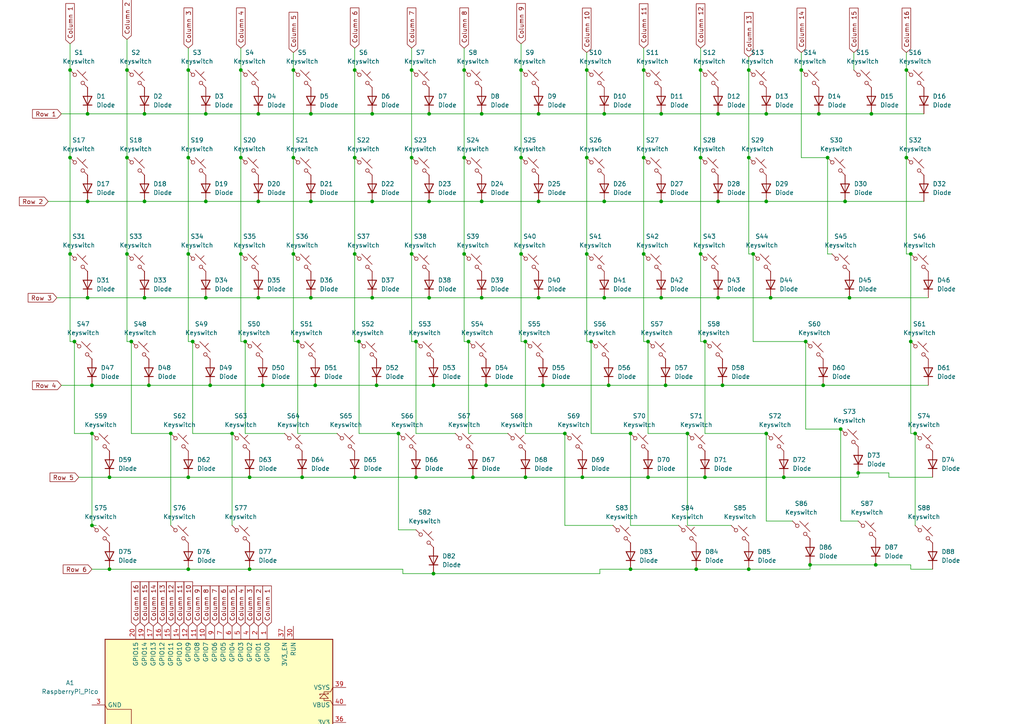
<source format=kicad_sch>
(kicad_sch (version 20250114) (generator "eeschema") (generator_version "9.0")
  (paper "A4")
  (junction (at 246.38 86.36))
  (junction (at 91.44 111.76))
  (junction (at 43.18 111.76))
  (junction (at 186.69 45.72))
  (junction (at 264.16 99.06))
  (junction (at 264.16 73.66))
  (junction (at 74.93 58.42))
  (junction (at 25.4 33.02))
  (junction (at 102.87 20.32))
  (junction (at 187.96 138.43))
  (junction (at 74.93 33.02))
  (junction (at 26.67 152.4))
  (junction (at 222.25 58.42))
  (junction (at 74.93 86.36))
  (junction (at 109.22 111.76))
  (junction (at 238.76 111.76))
  (junction (at 156.21 58.42))
  (junction (at 175.26 58.42))
  (junction (at 182.88 165.1))
  (junction (at 170.18 45.72))
  (junction (at 49.53 125.73))
  (junction (at 104.14 99.06))
  (junction (at 134.62 20.32))
  (junction (at 232.41 20.32))
  (junction (at 69.85 73.66))
  (junction (at 26.67 125.73))
  (junction (at 151.13 73.66))
  (junction (at 71.12 99.06))
  (junction (at 209.55 111.76))
  (junction (at 156.21 86.36))
  (junction (at 134.62 45.72))
  (junction (at 41.91 58.42))
  (junction (at 262.89 45.72))
  (junction (at 204.47 138.43))
  (junction (at 102.87 138.43))
  (junction (at 86.36 99.06))
  (junction (at 168.91 138.43))
  (junction (at 107.95 86.36))
  (junction (at 137.16 138.43))
  (junction (at 90.17 33.02))
  (junction (at 31.75 138.43))
  (junction (at 217.17 20.32))
  (junction (at 208.28 33.02))
  (junction (at 151.13 20.32))
  (junction (at 76.2 111.76))
  (junction (at 182.88 125.73))
  (junction (at 120.65 138.43))
  (junction (at 31.75 165.1))
  (junction (at 233.68 99.06))
  (junction (at 187.96 99.06))
  (junction (at 254 163.83))
  (junction (at 134.62 73.66))
  (junction (at 125.73 166.37))
  (junction (at 119.38 45.72))
  (junction (at 20.32 73.66))
  (junction (at 156.21 33.02))
  (junction (at 243.84 124.46))
  (junction (at 41.91 86.36))
  (junction (at 135.89 99.06))
  (junction (at 25.4 58.42))
  (junction (at 262.89 20.32))
  (junction (at 90.17 86.36))
  (junction (at 191.77 33.02))
  (junction (at 248.92 137.16))
  (junction (at 265.43 125.73))
  (junction (at 218.44 73.66))
  (junction (at 203.2 73.66))
  (junction (at 115.57 125.73))
  (junction (at 191.77 58.42))
  (junction (at 36.83 73.66))
  (junction (at 252.73 33.02))
  (junction (at 90.17 58.42))
  (junction (at 72.39 165.1))
  (junction (at 139.7 58.42))
  (junction (at 87.63 138.43))
  (junction (at 36.83 45.72))
  (junction (at 59.69 33.02))
  (junction (at 175.26 86.36))
  (junction (at 222.25 125.73))
  (junction (at 54.61 45.72))
  (junction (at 170.18 73.66))
  (junction (at 193.04 111.76))
  (junction (at 201.93 165.1))
  (junction (at 204.47 99.06))
  (junction (at 41.91 33.02))
  (junction (at 54.61 20.32))
  (junction (at 124.46 86.36))
  (junction (at 191.77 86.36))
  (junction (at 124.46 58.42))
  (junction (at 171.45 99.06))
  (junction (at 199.39 125.73))
  (junction (at 245.11 58.42))
  (junction (at 54.61 165.1))
  (junction (at 175.26 33.02))
  (junction (at 26.67 111.76))
  (junction (at 203.2 20.32))
  (junction (at 222.25 33.02))
  (junction (at 140.97 111.76))
  (junction (at 139.7 86.36))
  (junction (at 151.13 45.72))
  (junction (at 20.32 20.32))
  (junction (at 208.28 58.42))
  (junction (at 124.46 33.02))
  (junction (at 69.85 20.32))
  (junction (at 107.95 33.02))
  (junction (at 20.32 45.72))
  (junction (at 240.03 45.72))
  (junction (at 119.38 20.32))
  (junction (at 217.17 165.1))
  (junction (at 237.49 33.02))
  (junction (at 102.87 45.72))
  (junction (at 120.65 99.06))
  (junction (at 139.7 33.02))
  (junction (at 54.61 138.43))
  (junction (at 69.85 45.72))
  (junction (at 72.39 138.43))
  (junction (at 38.1 99.06))
  (junction (at 157.48 111.76))
  (junction (at 85.09 45.72))
  (junction (at 25.4 86.36))
  (junction (at 223.52 86.36))
  (junction (at 186.69 20.32))
  (junction (at 176.53 111.76))
  (junction (at 152.4 138.43))
  (junction (at 60.96 111.76))
  (junction (at 102.87 73.66))
  (junction (at 163.83 125.73))
  (junction (at 85.09 20.32))
  (junction (at 55.88 99.06))
  (junction (at 152.4 99.06))
  (junction (at 208.28 86.36))
  (junction (at 203.2 45.72))
  (junction (at 217.17 45.72))
  (junction (at 21.59 99.06))
  (junction (at 59.69 58.42))
  (junction (at 119.38 73.66))
  (junction (at 67.31 125.73))
  (junction (at 59.69 86.36))
  (junction (at 54.61 73.66))
  (junction (at 170.18 20.32))
  (junction (at 125.73 111.76))
  (junction (at 107.95 58.42))
  (junction (at 85.09 73.66))
  (junction (at 36.83 20.32))
  (junction (at 227.33 138.43))
  (junction (at 186.69 73.66))
  (junction (at 234.95 163.83))
  (wire (pts (xy 248.92 138.43) (xy 248.92 137.16)))
  (wire (pts (xy 22.86 138.43) (xy 31.75 138.43)))
  (wire (pts (xy 38.1 125.73) (xy 49.53 125.73)))
  (wire (pts (xy 36.83 73.66) (xy 36.83 99.06)))
  (wire (pts (xy 134.62 99.06) (xy 135.89 99.06)))
  (wire (pts (xy 69.85 73.66) (xy 69.85 99.06)))
  (wire (pts (xy 217.17 16.51) (xy 217.17 20.32)))
  (wire (pts (xy 90.17 33.02) (xy 107.95 33.02)))
  (wire (pts (xy 209.55 111.76) (xy 238.76 111.76)))
  (wire (pts (xy 222.25 33.02) (xy 237.49 33.02)))
  (wire (pts (xy 17.78 33.02) (xy 25.4 33.02)))
  (wire (pts (xy 204.47 99.06) (xy 204.47 125.73)))
  (wire (pts (xy 124.46 33.02) (xy 139.7 33.02)))
  (wire (pts (xy 54.61 165.1) (xy 72.39 165.1)))
  (wire (pts (xy 104.14 125.73) (xy 115.57 125.73)))
  (wire (pts (xy 223.52 86.36) (xy 246.38 86.36)))
  (wire (pts (xy 85.09 15.24) (xy 85.09 20.32)))
  (wire (pts (xy 76.2 111.76) (xy 91.44 111.76)))
  (wire (pts (xy 247.65 15.24) (xy 247.65 20.32)))
  (wire (pts (xy 36.83 11.43) (xy 36.83 20.32)))
  (wire (pts (xy 49.53 125.73) (xy 49.53 152.4)))
  (wire (pts (xy 20.32 20.32) (xy 20.32 45.72)))
  (wire (pts (xy 59.69 58.42) (xy 74.93 58.42)))
  (wire (pts (xy 134.62 73.66) (xy 134.62 99.06)))
  (wire (pts (xy 187.96 138.43) (xy 204.47 138.43)))
  (wire (pts (xy 119.38 73.66) (xy 119.38 99.06)))
  (wire (pts (xy 186.69 45.72) (xy 186.69 73.66)))
  (wire (pts (xy 252.73 33.02) (xy 267.97 33.02)))
  (wire (pts (xy 31.75 165.1) (xy 54.61 165.1)))
  (wire (pts (xy 54.61 45.72) (xy 54.61 73.66)))
  (wire (pts (xy 25.4 33.02) (xy 41.91 33.02)))
  (wire (pts (xy 262.89 73.66) (xy 264.16 73.66)))
  (wire (pts (xy 175.26 33.02) (xy 191.77 33.02)))
  (wire (pts (xy 25.4 58.42) (xy 41.91 58.42)))
  (wire (pts (xy 203.2 45.72) (xy 203.2 73.66)))
  (wire (pts (xy 222.25 125.73) (xy 222.25 151.13)))
  (wire (pts (xy 74.93 33.02) (xy 90.17 33.02)))
  (wire (pts (xy 125.73 166.37) (xy 173.99 166.37)))
  (wire (pts (xy 72.39 231.14) (xy 72.39 227.33)))
  (wire (pts (xy 240.03 73.66) (xy 241.3 73.66)))
  (wire (pts (xy 102.87 13.97) (xy 102.87 20.32)))
  (wire (pts (xy 74.93 86.36) (xy 90.17 86.36)))
  (wire (pts (xy 222.25 58.42) (xy 245.11 58.42)))
  (wire (pts (xy 257.81 138.43) (xy 270.51 138.43)))
  (wire (pts (xy 67.31 231.14) (xy 67.31 227.33)))
  (wire (pts (xy 262.89 45.72) (xy 262.89 73.66)))
  (wire (pts (xy 139.7 58.42) (xy 156.21 58.42)))
  (wire (pts (xy 152.4 138.43) (xy 168.91 138.43)))
  (wire (pts (xy 208.28 33.02) (xy 222.25 33.02)))
  (wire (pts (xy 41.91 33.02) (xy 59.69 33.02)))
  (wire (pts (xy 191.77 86.36) (xy 208.28 86.36)))
  (wire (pts (xy 90.17 86.36) (xy 107.95 86.36)))
  (wire (pts (xy 90.17 58.42) (xy 107.95 58.42)))
  (wire (pts (xy 199.39 152.4) (xy 212.09 152.4)))
  (wire (pts (xy 55.88 99.06) (xy 55.88 125.73)))
  (wire (pts (xy 26.67 111.76) (xy 43.18 111.76)))
  (wire (pts (xy 264.16 125.73) (xy 265.43 125.73)))
  (wire (pts (xy 71.12 99.06) (xy 71.12 125.73)))
  (wire (pts (xy 218.44 73.66) (xy 218.44 99.06)))
  (wire (pts (xy 234.95 163.83) (xy 254 163.83)))
  (wire (pts (xy 72.39 165.1) (xy 116.84 165.1)))
  (wire (pts (xy 54.61 73.66) (xy 54.61 99.06)))
  (wire (pts (xy 264.16 73.66) (xy 264.16 99.06)))
  (wire (pts (xy 20.32 99.06) (xy 21.59 99.06)))
  (wire (pts (xy 107.95 33.02) (xy 124.46 33.02)))
  (wire (pts (xy 170.18 15.24) (xy 170.18 20.32)))
  (wire (pts (xy 115.57 125.73) (xy 115.57 153.67)))
  (wire (pts (xy 234.95 165.1) (xy 234.95 163.83)))
  (wire (pts (xy 182.88 165.1) (xy 201.93 165.1)))
  (wire (pts (xy 193.04 111.76) (xy 209.55 111.76)))
  (wire (pts (xy 170.18 45.72) (xy 170.18 73.66)))
  (wire (pts (xy 104.14 99.06) (xy 104.14 125.73)))
  (wire (pts (xy 124.46 86.36) (xy 139.7 86.36)))
  (wire (pts (xy 41.91 58.42) (xy 59.69 58.42)))
  (wire (pts (xy 85.09 73.66) (xy 85.09 99.06)))
  (wire (pts (xy 102.87 45.72) (xy 102.87 73.66)))
  (wire (pts (xy 173.99 165.1) (xy 182.88 165.1)))
  (wire (pts (xy 186.69 20.32) (xy 186.69 45.72)))
  (wire (pts (xy 208.28 58.42) (xy 222.25 58.42)))
  (wire (pts (xy 62.23 232.41) (xy 62.23 227.33)))
  (wire (pts (xy 107.95 58.42) (xy 124.46 58.42)))
  (wire (pts (xy 222.25 151.13) (xy 229.87 151.13)))
  (wire (pts (xy 71.12 125.73) (xy 82.55 125.73)))
  (wire (pts (xy 91.44 111.76) (xy 109.22 111.76)))
  (wire (pts (xy 72.39 138.43) (xy 87.63 138.43)))
  (wire (pts (xy 74.93 231.14) (xy 74.93 227.33)))
  (wire (pts (xy 173.99 166.37) (xy 173.99 165.1)))
  (wire (pts (xy 217.17 45.72) (xy 217.17 73.66)))
  (wire (pts (xy 120.65 99.06) (xy 120.65 125.73)))
  (wire (pts (xy 232.41 45.72) (xy 240.03 45.72)))
  (wire (pts (xy 187.96 125.73) (xy 199.39 125.73)))
  (wire (pts (xy 135.89 125.73) (xy 147.32 125.73)))
  (wire (pts (xy 85.09 45.72) (xy 85.09 73.66)))
  (wire (pts (xy 203.2 20.32) (xy 203.2 45.72)))
  (wire (pts (xy 102.87 20.32) (xy 102.87 45.72)))
  (wire (pts (xy 186.69 13.97) (xy 186.69 20.32)))
  (wire (pts (xy 233.68 99.06) (xy 233.68 124.46)))
  (wire (pts (xy 233.68 124.46) (xy 243.84 124.46)))
  (wire (pts (xy 248.92 137.16) (xy 257.81 137.16)))
  (wire (pts (xy 36.83 20.32) (xy 36.83 45.72)))
  (wire (pts (xy 217.17 20.32) (xy 217.17 45.72)))
  (wire (pts (xy 26.67 152.4) (xy 27.94 152.4)))
  (wire (pts (xy 41.91 86.36) (xy 59.69 86.36)))
  (wire (pts (xy 54.61 138.43) (xy 72.39 138.43)))
  (wire (pts (xy 116.84 166.37) (xy 125.73 166.37)))
  (wire (pts (xy 243.84 124.46) (xy 243.84 151.13)))
  (wire (pts (xy 232.41 15.24) (xy 232.41 20.32)))
  (wire (pts (xy 171.45 125.73) (xy 182.88 125.73)))
  (wire (pts (xy 163.83 152.4) (xy 177.8 152.4)))
  (wire (pts (xy 175.26 86.36) (xy 191.77 86.36)))
  (wire (pts (xy 201.93 165.1) (xy 217.17 165.1)))
  (wire (pts (xy 186.69 99.06) (xy 187.96 99.06)))
  (wire (pts (xy 55.88 125.73) (xy 67.31 125.73)))
  (wire (pts (xy 246.38 86.36) (xy 269.24 86.36)))
  (wire (pts (xy 257.81 137.16) (xy 257.81 138.43)))
  (wire (pts (xy 26.67 165.1) (xy 31.75 165.1)))
  (wire (pts (xy 240.03 45.72) (xy 240.03 73.66)))
  (wire (pts (xy 163.83 125.73) (xy 163.83 152.4)))
  (wire (pts (xy 157.48 111.76) (xy 176.53 111.76)))
  (wire (pts (xy 137.16 138.43) (xy 152.4 138.43)))
  (wire (pts (xy 43.18 111.76) (xy 60.96 111.76)))
  (wire (pts (xy 237.49 33.02) (xy 252.73 33.02)))
  (wire (pts (xy 119.38 13.97) (xy 119.38 20.32)))
  (wire (pts (xy 151.13 12.7) (xy 151.13 20.32)))
  (wire (pts (xy 204.47 138.43) (xy 227.33 138.43)))
  (wire (pts (xy 204.47 125.73) (xy 222.25 125.73)))
  (wire (pts (xy 218.44 99.06) (xy 233.68 99.06)))
  (wire (pts (xy 21.59 125.73) (xy 26.67 125.73)))
  (wire (pts (xy 85.09 99.06) (xy 86.36 99.06)))
  (wire (pts (xy 152.4 125.73) (xy 163.83 125.73)))
  (wire (pts (xy 119.38 20.32) (xy 119.38 45.72)))
  (wire (pts (xy 156.21 58.42) (xy 175.26 58.42)))
  (wire (pts (xy 151.13 73.66) (xy 151.13 99.06)))
  (wire (pts (xy 120.65 138.43) (xy 137.16 138.43)))
  (wire (pts (xy 60.96 111.76) (xy 76.2 111.76)))
  (wire (pts (xy 102.87 138.43) (xy 120.65 138.43)))
  (wire (pts (xy 140.97 111.76) (xy 157.48 111.76)))
  (wire (pts (xy 59.69 86.36) (xy 74.93 86.36)))
  (wire (pts (xy 74.93 58.42) (xy 90.17 58.42)))
  (wire (pts (xy 125.73 111.76) (xy 140.97 111.76)))
  (wire (pts (xy 87.63 138.43) (xy 102.87 138.43)))
  (wire (pts (xy 264.16 163.83) (xy 264.16 165.1)))
  (wire (pts (xy 232.41 20.32) (xy 232.41 45.72)))
  (wire (pts (xy 168.91 138.43) (xy 187.96 138.43)))
  (wire (pts (xy 243.84 151.13) (xy 248.92 151.13)))
  (wire (pts (xy 64.77 237.49) (xy 64.77 227.33)))
  (wire (pts (xy 69.85 231.14) (xy 69.85 227.33)))
  (wire (pts (xy 85.09 20.32) (xy 85.09 45.72)))
  (wire (pts (xy 245.11 58.42) (xy 267.97 58.42)))
  (wire (pts (xy 134.62 20.32) (xy 134.62 45.72)))
  (wire (pts (xy 102.87 99.06) (xy 104.14 99.06)))
  (wire (pts (xy 119.38 99.06) (xy 120.65 99.06)))
  (wire (pts (xy 217.17 73.66) (xy 218.44 73.66)))
  (wire (pts (xy 102.87 73.66) (xy 102.87 99.06)))
  (wire (pts (xy 156.21 33.02) (xy 175.26 33.02)))
  (wire (pts (xy 176.53 111.76) (xy 193.04 111.76)))
  (wire (pts (xy 69.85 99.06) (xy 71.12 99.06)))
  (wire (pts (xy 36.83 45.72) (xy 36.83 73.66)))
  (wire (pts (xy 54.61 20.32) (xy 54.61 45.72)))
  (wire (pts (xy 20.32 73.66) (xy 20.32 99.06)))
  (wire (pts (xy 69.85 45.72) (xy 69.85 73.66)))
  (wire (pts (xy 203.2 99.06) (xy 204.47 99.06)))
  (wire (pts (xy 156.21 86.36) (xy 175.26 86.36)))
  (wire (pts (xy 151.13 20.32) (xy 151.13 45.72)))
  (wire (pts (xy 17.78 111.76) (xy 26.67 111.76)))
  (wire (pts (xy 115.57 153.67) (xy 120.65 153.67)))
  (wire (pts (xy 86.36 99.06) (xy 86.36 125.73)))
  (wire (pts (xy 262.89 20.32) (xy 262.89 45.72)))
  (wire (pts (xy 264.16 165.1) (xy 270.51 165.1)))
  (wire (pts (xy 20.32 12.7) (xy 20.32 20.32)))
  (wire (pts (xy 135.89 99.06) (xy 135.89 125.73)))
  (wire (pts (xy 109.22 111.76) (xy 125.73 111.76)))
  (wire (pts (xy 265.43 125.73) (xy 265.43 152.4)))
  (wire (pts (xy 203.2 13.97) (xy 203.2 20.32)))
  (wire (pts (xy 170.18 99.06) (xy 171.45 99.06)))
  (wire (pts (xy 182.88 125.73) (xy 182.88 152.4)))
  (wire (pts (xy 20.32 45.72) (xy 20.32 73.66)))
  (wire (pts (xy 208.28 86.36) (xy 223.52 86.36)))
  (wire (pts (xy 69.85 13.97) (xy 69.85 20.32)))
  (wire (pts (xy 151.13 99.06) (xy 152.4 99.06)))
  (wire (pts (xy 26.67 125.73) (xy 26.67 152.4)))
  (wire (pts (xy 227.33 138.43) (xy 248.92 138.43)))
  (wire (pts (xy 13.97 58.42) (xy 25.4 58.42)))
  (wire (pts (xy 31.75 138.43) (xy 54.61 138.43)))
  (wire (pts (xy 139.7 33.02) (xy 156.21 33.02)))
  (wire (pts (xy 116.84 165.1) (xy 116.84 166.37)))
  (wire (pts (xy 54.61 13.97) (xy 54.61 20.32)))
  (wire (pts (xy 199.39 125.73) (xy 199.39 152.4)))
  (wire (pts (xy 124.46 58.42) (xy 139.7 58.42)))
  (wire (pts (xy 36.83 99.06) (xy 38.1 99.06)))
  (wire (pts (xy 67.31 125.73) (xy 67.31 152.4)))
  (wire (pts (xy 21.59 99.06) (xy 21.59 125.73)))
  (wire (pts (xy 170.18 73.66) (xy 170.18 99.06)))
  (wire (pts (xy 25.4 86.36) (xy 41.91 86.36)))
  (wire (pts (xy 134.62 45.72) (xy 134.62 73.66)))
  (wire (pts (xy 191.77 33.02) (xy 208.28 33.02)))
  (wire (pts (xy 187.96 99.06) (xy 187.96 125.73)))
  (wire (pts (xy 59.69 33.02) (xy 74.93 33.02)))
  (wire (pts (xy 217.17 165.1) (xy 234.95 165.1)))
  (wire (pts (xy 134.62 13.97) (xy 134.62 20.32)))
  (wire (pts (xy 264.16 99.06) (xy 264.16 125.73)))
  (wire (pts (xy 152.4 99.06) (xy 152.4 125.73)))
  (wire (pts (xy 262.89 15.24) (xy 262.89 20.32)))
  (wire (pts (xy 38.1 99.06) (xy 38.1 125.73)))
  (wire (pts (xy 119.38 45.72) (xy 119.38 73.66)))
  (wire (pts (xy 107.95 86.36) (xy 124.46 86.36)))
  (wire (pts (xy 238.76 111.76) (xy 269.24 111.76)))
  (wire (pts (xy 16.51 86.36) (xy 25.4 86.36)))
  (wire (pts (xy 182.88 152.4) (xy 196.85 152.4)))
  (wire (pts (xy 86.36 125.73) (xy 97.79 125.73)))
  (wire (pts (xy 175.26 58.42) (xy 191.77 58.42)))
  (wire (pts (xy 203.2 73.66) (xy 203.2 99.06)))
  (wire (pts (xy 69.85 20.32) (xy 69.85 45.72)))
  (wire (pts (xy 139.7 86.36) (xy 156.21 86.36)))
  (wire (pts (xy 120.65 125.73) (xy 132.08 125.73)))
  (wire (pts (xy 186.69 73.66) (xy 186.69 99.06)))
  (wire (pts (xy 254 163.83) (xy 264.16 163.83)))
  (wire (pts (xy 170.18 20.32) (xy 170.18 45.72)))
  (wire (pts (xy 54.61 99.06) (xy 55.88 99.06)))
  (wire (pts (xy 191.77 58.42) (xy 208.28 58.42)))
  (wire (pts (xy 151.13 45.72) (xy 151.13 73.66)))
  (wire (pts (xy 171.45 99.06) (xy 171.45 125.73)))
  (global_label "Row 3" (shape input) (at 16.51 86.36 180) (property "Intersheetrefs" "${INTERSHEET_REFS}" (effects (hide yes))))
  (global_label "Column 7" (shape input) (at 119.38 13.97 90) (property "Intersheetrefs" "${INTERSHEET_REFS}" (effects (hide yes))))
  (global_label "Column 15" (shape input) (at 247.65 15.24 90) (property "Intersheetrefs" "${INTERSHEET_REFS}" (effects (hide yes))))
  (global_label "Column 3" (shape input) (at 72.39 181.61 90) (property "Intersheetrefs" "${INTERSHEET_REFS}" (effects (hide yes))))
  (global_label "Column 3" (shape input) (at 54.61 13.97 90) (property "Intersheetrefs" "${INTERSHEET_REFS}" (effects (hide yes))))
  (global_label "Column 2" (shape input) (at 36.83 11.43 90) (property "Intersheetrefs" "${INTERSHEET_REFS}" (effects (hide yes))))
  (global_label "Column 6" (shape input) (at 64.77 181.61 90) (property "Intersheetrefs" "${INTERSHEET_REFS}" (effects (hide yes))))
  (global_label "Column 8" (shape input) (at 59.69 181.61 90) (property "Intersheetrefs" "${INTERSHEET_REFS}" (effects (hide yes))))
  (global_label "Row 2" (shape input) (at 72.39 231.14 270) (property "Intersheetrefs" "${INTERSHEET_REFS}" (effects (hide yes))))
  (global_label "Column 10" (shape input) (at 170.18 15.24 90) (property "Intersheetrefs" "${INTERSHEET_REFS}" (effects (hide yes))))
  (global_label "Column 14" (shape input) (at 44.45 181.61 90) (property "Intersheetrefs" "${INTERSHEET_REFS}" (effects (hide yes))))
  (global_label "Row 5" (shape input) (at 64.77 237.49 270) (property "Intersheetrefs" "${INTERSHEET_REFS}" (effects (hide yes))))
  (global_label "Column 12" (shape input) (at 49.53 181.61 90) (property "Intersheetrefs" "${INTERSHEET_REFS}" (effects (hide yes))))
  (global_label "Column 4" (shape input) (at 69.85 13.97 90) (property "Intersheetrefs" "${INTERSHEET_REFS}" (effects (hide yes))))
  (global_label "Column 13" (shape input) (at 46.99 181.61 90) (property "Intersheetrefs" "${INTERSHEET_REFS}" (effects (hide yes))))
  (global_label "Column 6" (shape input) (at 102.87 13.97 90) (property "Intersheetrefs" "${INTERSHEET_REFS}" (effects (hide yes))))
  (global_label "Column 1" (shape input) (at 77.47 181.61 90) (property "Intersheetrefs" "${INTERSHEET_REFS}" (effects (hide yes))))
  (global_label "Column 5" (shape input) (at 85.09 15.24 90) (property "Intersheetrefs" "${INTERSHEET_REFS}" (effects (hide yes))))
  (global_label "Row 5" (shape input) (at 22.86 138.43 180) (property "Intersheetrefs" "${INTERSHEET_REFS}" (effects (hide yes))))
  (global_label "Row 6" (shape input) (at 62.23 232.41 270) (property "Intersheetrefs" "${INTERSHEET_REFS}" (effects (hide yes))))
  (global_label "Column 2" (shape input) (at 74.93 181.61 90) (property "Intersheetrefs" "${INTERSHEET_REFS}" (effects (hide yes))))
  (global_label "Row 1" (shape input) (at 17.78 33.02 180) (property "Intersheetrefs" "${INTERSHEET_REFS}" (effects (hide yes))))
  (global_label "Column 16" (shape input) (at 262.89 15.24 90) (property "Intersheetrefs" "${INTERSHEET_REFS}" (effects (hide yes))))
  (global_label "Column 4" (shape input) (at 69.85 181.61 90) (property "Intersheetrefs" "${INTERSHEET_REFS}" (effects (hide yes))))
  (global_label "Column 7" (shape input) (at 62.23 181.61 90) (property "Intersheetrefs" "${INTERSHEET_REFS}" (effects (hide yes))))
  (global_label "Column 5" (shape input) (at 67.31 181.61 90) (property "Intersheetrefs" "${INTERSHEET_REFS}" (effects (hide yes))))
  (global_label "Column 12" (shape input) (at 203.2 13.97 90) (property "Intersheetrefs" "${INTERSHEET_REFS}" (effects (hide yes))))
  (global_label "Column 14" (shape input) (at 232.41 15.24 90) (property "Intersheetrefs" "${INTERSHEET_REFS}" (effects (hide yes))))
  (global_label "Row 4" (shape input) (at 67.31 231.14 270) (property "Intersheetrefs" "${INTERSHEET_REFS}" (effects (hide yes))))
  (global_label "Column 16" (shape input) (at 39.37 181.61 90) (property "Intersheetrefs" "${INTERSHEET_REFS}" (effects (hide yes))))
  (global_label "Row 6" (shape input) (at 26.67 165.1 180) (property "Intersheetrefs" "${INTERSHEET_REFS}" (effects (hide yes))))
  (global_label "Column 11" (shape input) (at 186.69 13.97 90) (property "Intersheetrefs" "${INTERSHEET_REFS}" (effects (hide yes))))
  (global_label "Column 13" (shape input) (at 217.17 16.51 90) (property "Intersheetrefs" "${INTERSHEET_REFS}" (effects (hide yes))))
  (global_label "Column 8" (shape input) (at 134.62 13.97 90) (property "Intersheetrefs" "${INTERSHEET_REFS}" (effects (hide yes))))
  (global_label "Row 3" (shape input) (at 69.85 231.14 270) (property "Intersheetrefs" "${INTERSHEET_REFS}" (effects (hide yes))))
  (global_label "Row 4" (shape input) (at 17.78 111.76 180) (property "Intersheetrefs" "${INTERSHEET_REFS}" (effects (hide yes))))
  (global_label "Column 1" (shape input) (at 20.32 12.7 90) (property "Intersheetrefs" "${INTERSHEET_REFS}" (effects (hide yes))))
  (global_label "Column 15" (shape input) (at 41.91 181.61 90) (property "Intersheetrefs" "${INTERSHEET_REFS}" (effects (hide yes))))
  (global_label "Column 10" (shape input) (at 54.61 181.61 90) (property "Intersheetrefs" "${INTERSHEET_REFS}" (effects (hide yes))))
  (global_label "Row 2" (shape input) (at 13.97 58.42 180) (property "Intersheetrefs" "${INTERSHEET_REFS}" (effects (hide yes))))
  (global_label "Column 9" (shape input) (at 151.13 12.7 90) (property "Intersheetrefs" "${INTERSHEET_REFS}" (effects (hide yes))))
  (global_label "Column 9" (shape input) (at 57.15 181.61 90) (property "Intersheetrefs" "${INTERSHEET_REFS}" (effects (hide yes))))
  (global_label "Row 1" (shape input) (at 74.93 231.14 270) (property "Intersheetrefs" "${INTERSHEET_REFS}" (effects (hide yes))))
  (global_label "Column 11" (shape input) (at 52.07 181.61 90) (property "Intersheetrefs" "${INTERSHEET_REFS}" (effects (hide yes))))
  (symbol (lib_id "ScottoKeebs:Placeholder_Keyswitch") (at 138.43 101.6 0) (unit 1)
    (property "Reference" "S54" (at 138.43 93.98 0))
    (property "Value" "Keyswitch" (at 138.43 96.52 0))
    (property "Footprint" "ScottoKeebs_Hotswap:Hotswap_MX_1.00u" (effects (hide yes)))
    (property "Description" "Push button switch, normally open, two pins, 45° tilted" (effects (hide yes)))
  )
  (symbol (lib_id "ScottoKeebs:Placeholder_Keyswitch") (at 265.43 48.26 0) (unit 1)
    (property "Reference" "S32" (at 265.43 40.64 0))
    (property "Value" "Keyswitch" (at 265.43 43.18 0))
    (property "Footprint" "ScottoKeebs_Hotswap:Hotswap_MX_1.00u" (effects (hide yes)))
    (property "Description" "Push button switch, normally open, two pins, 45° tilted" (effects (hide yes)))
  )
  (symbol (lib_id "ScottoKeebs:Placeholder_Keyswitch") (at 149.86 128.27 0) (unit 1)
    (property "Reference" "S68" (at 149.86 120.65 0))
    (property "Value" "Keyswitch" (at 149.86 123.19 0))
    (property "Footprint" "ScottoKeebs_Hotswap:Hotswap_MX_1.00u" (effects (hide yes)))
    (property "Description" "Push button switch, normally open, two pins, 45° tilted" (effects (hide yes)))
  )
  (symbol (lib_id "ScottoKeebs:Placeholder_Keyswitch") (at 189.23 22.86 0) (unit 1)
    (property "Reference" "S11" (at 189.23 15.24 0))
    (property "Value" "Keyswitch" (at 189.23 17.78 0))
    (property "Footprint" "ScottoKeebs_Hotswap:Hotswap_MX_1.00u" (effects (hide yes)))
    (property "Description" "Push button switch, normally open, two pins, 45° tilted" (effects (hide yes)))
  )
  (symbol (lib_id "ScottoKeebs:Placeholder_Diode") (at 54.61 161.29 90) (unit 1)
    (property "Reference" "D76" (at 57.15 160.0199 90) (effects (justify right)))
    (property "Value" "Diode" (at 57.15 162.5599 90) (effects (justify right)))
    (property "Footprint" "ScottoKeebs_Components:Diode_DO-35" (effects (hide yes)))
    (property "Description" "1N4148 (DO-35) or 1N4148W (SOD-123)" (effects (hide yes)))
    (property "Sim.Device" "D" (effects (hide yes)))
    (property "Sim.Pins" "1=K 2=A" (effects (hide yes)))
  )
  (symbol (lib_id "ScottoKeebs:Placeholder_Diode") (at 267.97 29.21 90) (unit 1)
    (property "Reference" "D16" (at 270.51 27.9399 90) (effects (justify right)))
    (property "Value" "Diode" (at 270.51 30.4799 90) (effects (justify right)))
    (property "Footprint" "ScottoKeebs_Components:Diode_DO-35" (effects (hide yes)))
    (property "Description" "1N4148 (DO-35) or 1N4148W (SOD-123)" (effects (hide yes)))
    (property "Sim.Device" "D" (effects (hide yes)))
    (property "Sim.Pins" "1=K 2=A" (effects (hide yes)))
  )
  (symbol (lib_id "ScottoKeebs:Placeholder_Keyswitch") (at 39.37 22.86 0) (unit 1)
    (property "Reference" "S2" (at 39.37 15.24 0))
    (property "Value" "Keyswitch" (at 39.37 17.78 0))
    (property "Footprint" "ScottoKeebs_Hotswap:Hotswap_MX_1.00u" (effects (hide yes)))
    (property "Description" "Push button switch, normally open, two pins, 45° tilted" (effects (hide yes)))
  )
  (symbol (lib_id "ScottoKeebs:Placeholder_Diode") (at 90.17 29.21 90) (unit 1)
    (property "Reference" "D5" (at 92.71 27.9399 90) (effects (justify right)))
    (property "Value" "Diode" (at 92.71 30.4799 90) (effects (justify right)))
    (property "Footprint" "ScottoKeebs_Components:Diode_DO-35" (effects (hide yes)))
    (property "Description" "1N4148 (DO-35) or 1N4148W (SOD-123)" (effects (hide yes)))
    (property "Sim.Device" "D" (effects (hide yes)))
    (property "Sim.Pins" "1=K 2=A" (effects (hide yes)))
  )
  (symbol (lib_id "ScottoKeebs:Placeholder_Keyswitch") (at 73.66 101.6 0) (unit 1)
    (property "Reference" "S50" (at 73.66 93.98 0))
    (property "Value" "Keyswitch" (at 73.66 96.52 0))
    (property "Footprint" "ScottoKeebs_Hotswap:Hotswap_MX_1.00u" (effects (hide yes)))
    (property "Description" "Push button switch, normally open, two pins, 45° tilted" (effects (hide yes)))
  )
  (symbol (lib_id "ScottoKeebs:Placeholder_Keyswitch") (at 57.15 48.26 0) (unit 1)
    (property "Reference" "S19" (at 57.15 40.64 0))
    (property "Value" "Keyswitch" (at 57.15 43.18 0))
    (property "Footprint" "ScottoKeebs_Hotswap:Hotswap_MX_1.00u" (effects (hide yes)))
    (property "Description" "Push button switch, normally open, two pins, 45° tilted" (effects (hide yes)))
  )
  (symbol (lib_id "ScottoKeebs:Placeholder_Diode") (at 191.77 54.61 90) (unit 1)
    (property "Reference" "D27" (at 194.31 53.3399 90) (effects (justify right)))
    (property "Value" "Diode" (at 194.31 55.8799 90) (effects (justify right)))
    (property "Footprint" "ScottoKeebs_Components:Diode_DO-35" (effects (hide yes)))
    (property "Description" "1N4148 (DO-35) or 1N4148W (SOD-123)" (effects (hide yes)))
    (property "Sim.Device" "D" (effects (hide yes)))
    (property "Sim.Pins" "1=K 2=A" (effects (hide yes)))
  )
  (symbol (lib_id "ScottoKeebs:Placeholder_Diode") (at 237.49 29.21 90) (unit 1)
    (property "Reference" "D14" (at 240.03 27.9399 90) (effects (justify right)))
    (property "Value" "Diode" (at 240.03 30.4799 90) (effects (justify right)))
    (property "Footprint" "ScottoKeebs_Components:Diode_DO-35" (effects (hide yes)))
    (property "Description" "1N4148 (DO-35) or 1N4148W (SOD-123)" (effects (hide yes)))
    (property "Sim.Device" "D" (effects (hide yes)))
    (property "Sim.Pins" "1=K 2=A" (effects (hide yes)))
  )
  (symbol (lib_id "ScottoKeebs:Placeholder_Diode") (at 182.88 161.29 90) (unit 1)
    (property "Reference" "D83" (at 185.42 160.0199 90) (effects (justify right)))
    (property "Value" "Diode" (at 185.42 162.5599 90) (effects (justify right)))
    (property "Footprint" "ScottoKeebs_Components:Diode_DO-35" (effects (hide yes)))
    (property "Description" "1N4148 (DO-35) or 1N4148W (SOD-123)" (effects (hide yes)))
    (property "Sim.Device" "D" (effects (hide yes)))
    (property "Sim.Pins" "1=K 2=A" (effects (hide yes)))
  )
  (symbol (lib_id "ScottoKeebs:Placeholder_Keyswitch") (at 105.41 76.2 0) (unit 1)
    (property "Reference" "S37" (at 105.41 68.58 0))
    (property "Value" "Keyswitch" (at 105.41 71.12 0))
    (property "Footprint" "ScottoKeebs_Hotswap:Hotswap_MX_1.00u" (effects (hide yes)))
    (property "Description" "Push button switch, normally open, two pins, 45° tilted" (effects (hide yes)))
  )
  (symbol (lib_id "ScottoKeebs:Placeholder_Keyswitch") (at 153.67 22.86 0) (unit 1)
    (property "Reference" "S9" (at 153.67 15.24 0))
    (property "Value" "Keyswitch" (at 153.67 17.78 0))
    (property "Footprint" "ScottoKeebs_Hotswap:Hotswap_MX_1.00u" (effects (hide yes)))
    (property "Description" "Push button switch, normally open, two pins, 45° tilted" (effects (hide yes)))
  )
  (symbol (lib_id "ScottoKeebs:Placeholder_Diode") (at 139.7 29.21 90) (unit 1)
    (property "Reference" "D8" (at 142.24 27.9399 90) (effects (justify right)))
    (property "Value" "Diode" (at 142.24 30.4799 90) (effects (justify right)))
    (property "Footprint" "ScottoKeebs_Components:Diode_DO-35" (effects (hide yes)))
    (property "Description" "1N4148 (DO-35) or 1N4148W (SOD-123)" (effects (hide yes)))
    (property "Sim.Device" "D" (effects (hide yes)))
    (property "Sim.Pins" "1=K 2=A" (effects (hide yes)))
  )
  (symbol (lib_id "ScottoKeebs:Placeholder_Diode") (at 156.21 29.21 90) (unit 1)
    (property "Reference" "D9" (at 158.75 27.9399 90) (effects (justify right)))
    (property "Value" "Diode" (at 158.75 30.4799 90) (effects (justify right)))
    (property "Footprint" "ScottoKeebs_Components:Diode_DO-35" (effects (hide yes)))
    (property "Description" "1N4148 (DO-35) or 1N4148W (SOD-123)" (effects (hide yes)))
    (property "Sim.Device" "D" (effects (hide yes)))
    (property "Sim.Pins" "1=K 2=A" (effects (hide yes)))
  )
  (symbol (lib_id "ScottoKeebs:Placeholder_Diode") (at 124.46 29.21 90) (unit 1)
    (property "Reference" "D7" (at 127 27.9399 90) (effects (justify right)))
    (property "Value" "Diode" (at 127 30.4799 90) (effects (justify right)))
    (property "Footprint" "ScottoKeebs_Components:Diode_DO-35" (effects (hide yes)))
    (property "Description" "1N4148 (DO-35) or 1N4148W (SOD-123)" (effects (hide yes)))
    (property "Sim.Device" "D" (effects (hide yes)))
    (property "Sim.Pins" "1=K 2=A" (effects (hide yes)))
  )
  (symbol (lib_id "ScottoKeebs:Placeholder_Keyswitch") (at 137.16 76.2 0) (unit 1)
    (property "Reference" "S39" (at 137.16 68.58 0))
    (property "Value" "Keyswitch" (at 137.16 71.12 0))
    (property "Footprint" "ScottoKeebs_Hotswap:Hotswap_MX_1.00u" (effects (hide yes)))
    (property "Description" "Push button switch, normally open, two pins, 45° tilted" (effects (hide yes)))
  )
  (symbol (lib_id "ScottoKeebs:Placeholder_Diode") (at 41.91 54.61 90) (unit 1)
    (property "Reference" "D18" (at 44.45 53.3399 90) (effects (justify right)))
    (property "Value" "Diode" (at 44.45 55.8799 90) (effects (justify right)))
    (property "Footprint" "ScottoKeebs_Components:Diode_DO-35" (effects (hide yes)))
    (property "Description" "1N4148 (DO-35) or 1N4148W (SOD-123)" (effects (hide yes)))
    (property "Sim.Device" "D" (effects (hide yes)))
    (property "Sim.Pins" "1=K 2=A" (effects (hide yes)))
  )
  (symbol (lib_id "ScottoKeebs:Placeholder_Diode") (at 204.47 134.62 90) (unit 1)
    (property "Reference" "D71" (at 207.01 133.3499 90) (effects (justify right)))
    (property "Value" "Diode" (at 207.01 135.8899 90) (effects (justify right)))
    (property "Footprint" "ScottoKeebs_Components:Diode_DO-35" (effects (hide yes)))
    (property "Description" "1N4148 (DO-35) or 1N4148W (SOD-123)" (effects (hide yes)))
    (property "Sim.Device" "D" (effects (hide yes)))
    (property "Sim.Pins" "1=K 2=A" (effects (hide yes)))
  )
  (symbol (lib_id "MCU_Module:RaspberryPi_Pico") (at 62.23 204.47 270) (unit 1)
    (property "Reference" "A1" (at 20.32 198.0498 90))
    (property "Value" "RaspberryPi_Pico" (at 20.32 200.5898 90))
    (property "Footprint" "Module:RaspberryPi_Pico_Common_THT" (effects (hide yes)))
    (property "Datasheet" "https://datasheets.raspberrypi.com/pico/pico-datasheet.pdf" (effects (hide yes)))
    (property "Description" "Versatile and inexpensive microcontroller module powered by RP2040 dual-core Arm Cortex-M0+ processor up to 133 MHz, 264kB SRAM, 2MB QSPI flash; also supports Raspberry Pi Pico 2" (effects (hide yes)))
  )
  (symbol (lib_id "ScottoKeebs:Placeholder_Keyswitch") (at 153.67 76.2 0) (unit 1)
    (property "Reference" "S40" (at 153.67 68.58 0))
    (property "Value" "Keyswitch" (at 153.67 71.12 0))
    (property "Footprint" "ScottoKeebs_Hotswap:Hotswap_MX_1.00u" (effects (hide yes)))
    (property "Description" "Push button switch, normally open, two pins, 45° tilted" (effects (hide yes)))
  )
  (symbol (lib_id "ScottoKeebs:Placeholder_Diode") (at 124.46 82.55 90) (unit 1)
    (property "Reference" "D38" (at 127 81.2799 90) (effects (justify right)))
    (property "Value" "Diode" (at 127 83.8199 90) (effects (justify right)))
    (property "Footprint" "ScottoKeebs_Components:Diode_DO-35" (effects (hide yes)))
    (property "Description" "1N4148 (DO-35) or 1N4148W (SOD-123)" (effects (hide yes)))
    (property "Sim.Device" "D" (effects (hide yes)))
    (property "Sim.Pins" "1=K 2=A" (effects (hide yes)))
  )
  (symbol (lib_id "ScottoKeebs:Placeholder_Diode") (at 217.17 161.29 90) (unit 1)
    (property "Reference" "D85" (at 219.71 160.0199 90) (effects (justify right)))
    (property "Value" "Diode" (at 219.71 162.5599 90) (effects (justify right)))
    (property "Footprint" "ScottoKeebs_Components:Diode_DO-35" (effects (hide yes)))
    (property "Description" "1N4148 (DO-35) or 1N4148W (SOD-123)" (effects (hide yes)))
    (property "Sim.Device" "D" (effects (hide yes)))
    (property "Sim.Pins" "1=K 2=A" (effects (hide yes)))
  )
  (symbol (lib_id "ScottoKeebs:Placeholder_Diode") (at 124.46 54.61 90) (unit 1)
    (property "Reference" "D23" (at 127 53.3399 90) (effects (justify right)))
    (property "Value" "Diode" (at 127 55.8799 90) (effects (justify right)))
    (property "Footprint" "ScottoKeebs_Components:Diode_DO-35" (effects (hide yes)))
    (property "Description" "1N4148 (DO-35) or 1N4148W (SOD-123)" (effects (hide yes)))
    (property "Sim.Device" "D" (effects (hide yes)))
    (property "Sim.Pins" "1=K 2=A" (effects (hide yes)))
  )
  (symbol (lib_id "ScottoKeebs:Placeholder_Keyswitch") (at 199.39 154.94 0) (unit 1)
    (property "Reference" "S84" (at 199.39 147.32 0))
    (property "Value" "Keyswitch" (at 199.39 149.86 0))
    (property "Footprint" "ScottoKeebs_Hotswap:Hotswap_MX_1.00u" (effects (hide yes)))
    (property "Description" "Push button switch, normally open, two pins, 45° tilted" (effects (hide yes)))
  )
  (symbol (lib_id "ScottoKeebs:Placeholder_Diode") (at 41.91 29.21 90) (unit 1)
    (property "Reference" "D2" (at 44.45 27.9399 90) (effects (justify right)))
    (property "Value" "Diode" (at 44.45 30.4799 90) (effects (justify right)))
    (property "Footprint" "ScottoKeebs_Components:Diode_DO-35" (effects (hide yes)))
    (property "Description" "1N4148 (DO-35) or 1N4148W (SOD-123)" (effects (hide yes)))
    (property "Sim.Device" "D" (effects (hide yes)))
    (property "Sim.Pins" "1=K 2=A" (effects (hide yes)))
  )
  (symbol (lib_id "ScottoKeebs:Placeholder_Keyswitch") (at 266.7 101.6 0) (unit 1)
    (property "Reference" "S61" (at 266.7 93.98 0))
    (property "Value" "Keyswitch" (at 266.7 96.52 0))
    (property "Footprint" "ScottoKeebs_Hotswap:Hotswap_MX_1.00u" (effects (hide yes)))
    (property "Description" "Push button switch, normally open, two pins, 45° tilted" (effects (hide yes)))
  )
  (symbol (lib_id "ScottoKeebs:Placeholder_Diode") (at 208.28 82.55 90) (unit 1)
    (property "Reference" "D43" (at 210.82 81.2799 90) (effects (justify right)))
    (property "Value" "Diode" (at 210.82 83.8199 90) (effects (justify right)))
    (property "Footprint" "ScottoKeebs_Components:Diode_DO-35" (effects (hide yes)))
    (property "Description" "1N4148 (DO-35) or 1N4148W (SOD-123)" (effects (hide yes)))
    (property "Sim.Device" "D" (effects (hide yes)))
    (property "Sim.Pins" "1=K 2=A" (effects (hide yes)))
  )
  (symbol (lib_id "ScottoKeebs:Placeholder_Keyswitch") (at 69.85 154.94 0) (unit 1)
    (property "Reference" "S77" (at 69.85 147.32 0))
    (property "Value" "Keyswitch" (at 69.85 149.86 0))
    (property "Footprint" "ScottoKeebs_Hotswap:Hotswap_MX_1.25u" (effects (hide yes)))
    (property "Description" "Push button switch, normally open, two pins, 45° tilted" (effects (hide yes)))
  )
  (symbol (lib_id "ScottoKeebs:Placeholder_Diode") (at 60.96 107.95 90) (unit 1)
    (property "Reference" "D49" (at 63.5 106.6799 90) (effects (justify right)))
    (property "Value" "Diode" (at 63.5 109.2199 90) (effects (justify right)))
    (property "Footprint" "ScottoKeebs_Components:Diode_DO-35" (effects (hide yes)))
    (property "Description" "1N4148 (DO-35) or 1N4148W (SOD-123)" (effects (hide yes)))
    (property "Sim.Device" "D" (effects (hide yes)))
    (property "Sim.Pins" "1=K 2=A" (effects (hide yes)))
  )
  (symbol (lib_id "ScottoKeebs:Placeholder_Diode") (at 43.18 107.95 90) (unit 1)
    (property "Reference" "D48" (at 45.72 106.6799 90) (effects (justify right)))
    (property "Value" "Diode" (at 45.72 109.2199 90) (effects (justify right)))
    (property "Footprint" "ScottoKeebs_Components:Diode_DO-35" (effects (hide yes)))
    (property "Description" "1N4148 (DO-35) or 1N4148W (SOD-123)" (effects (hide yes)))
    (property "Sim.Device" "D" (effects (hide yes)))
    (property "Sim.Pins" "1=K 2=A" (effects (hide yes)))
  )
  (symbol (lib_id "ScottoKeebs:Placeholder_Keyswitch") (at 24.13 101.6 0) (unit 1)
    (property "Reference" "S47" (at 24.13 93.98 0))
    (property "Value" "Keyswitch" (at 24.13 96.52 0))
    (property "Footprint" "ScottoKeebs_Hotswap:Hotswap_MX_1.75u" (effects (hide yes)))
    (property "Description" "Push button switch, normally open, two pins, 45° tilted" (effects (hide yes)))
  )
  (symbol (lib_id "ScottoKeebs:Placeholder_Diode") (at 31.75 134.62 90) (unit 1)
    (property "Reference" "D59" (at 34.29 133.3499 90) (effects (justify right)))
    (property "Value" "Diode" (at 34.29 135.8899 90) (effects (justify right)))
    (property "Footprint" "ScottoKeebs_Components:Diode_DO-35" (effects (hide yes)))
    (property "Description" "1N4148 (DO-35) or 1N4148W (SOD-123)" (effects (hide yes)))
    (property "Sim.Device" "D" (effects (hide yes)))
    (property "Sim.Pins" "1=K 2=A" (effects (hide yes)))
  )
  (symbol (lib_id "ScottoKeebs:Placeholder_Keyswitch") (at 205.74 48.26 0) (unit 1)
    (property "Reference" "S28" (at 205.74 40.64 0))
    (property "Value" "Keyswitch" (at 205.74 43.18 0))
    (property "Footprint" "ScottoKeebs_Hotswap:Hotswap_MX_1.00u" (effects (hide yes)))
    (property "Description" "Push button switch, normally open, two pins, 45° tilted" (effects (hide yes)))
  )
  (symbol (lib_id "ScottoKeebs:Placeholder_Diode") (at 245.11 54.61 90) (unit 1)
    (property "Reference" "D30" (at 247.65 53.3399 90) (effects (justify right)))
    (property "Value" "Diode" (at 247.65 55.8799 90) (effects (justify right)))
    (property "Footprint" "ScottoKeebs_Components:Diode_DO-35" (effects (hide yes)))
    (property "Description" "1N4148 (DO-35) or 1N4148W (SOD-123)" (effects (hide yes)))
    (property "Sim.Device" "D" (effects (hide yes)))
    (property "Sim.Pins" "1=K 2=A" (effects (hide yes)))
  )
  (symbol (lib_id "ScottoKeebs:Placeholder_Keyswitch") (at 153.67 48.26 0) (unit 1)
    (property "Reference" "S25" (at 153.67 40.64 0))
    (property "Value" "Keyswitch" (at 153.67 43.18 0))
    (property "Footprint" "ScottoKeebs_Hotswap:Hotswap_MX_1.00u" (effects (hide yes)))
    (property "Description" "Push button switch, normally open, two pins, 45° tilted" (effects (hide yes)))
  )
  (symbol (lib_id "ScottoKeebs:Placeholder_Keyswitch") (at 205.74 22.86 0) (unit 1)
    (property "Reference" "S12" (at 205.74 15.24 0))
    (property "Value" "Keyswitch" (at 205.74 17.78 0))
    (property "Footprint" "ScottoKeebs_Hotswap:Hotswap_MX_1.00u" (effects (hide yes)))
    (property "Description" "Push button switch, normally open, two pins, 45° tilted" (effects (hide yes)))
  )
  (symbol (lib_id "ScottoKeebs:Placeholder_Diode") (at 74.93 29.21 90) (unit 1)
    (property "Reference" "D4" (at 77.47 27.9399 90) (effects (justify right)))
    (property "Value" "Diode" (at 77.47 30.4799 90) (effects (justify right)))
    (property "Footprint" "ScottoKeebs_Components:Diode_DO-35" (effects (hide yes)))
    (property "Description" "1N4148 (DO-35) or 1N4148W (SOD-123)" (effects (hide yes)))
    (property "Sim.Device" "D" (effects (hide yes)))
    (property "Sim.Pins" "1=K 2=A" (effects (hide yes)))
  )
  (symbol (lib_id "ScottoKeebs:Placeholder_Keyswitch") (at 22.86 22.86 0) (unit 1)
    (property "Reference" "S1" (at 22.86 15.24 0))
    (property "Value" "Keyswitch" (at 22.86 17.78 0))
    (property "Footprint" "ScottoKeebs_Hotswap:Hotswap_MX_1.00u" (effects (hide yes)))
    (property "Description" "Push button switch, normally open, two pins, 45° tilted" (effects (hide yes)))
  )
  (symbol (lib_id "ScottoKeebs:Placeholder_Diode") (at 193.04 107.95 90) (unit 1)
    (property "Reference" "D57" (at 195.58 106.6799 90) (effects (justify right)))
    (property "Value" "Diode" (at 195.58 109.2199 90) (effects (justify right)))
    (property "Footprint" "ScottoKeebs_Components:Diode_DO-35" (effects (hide yes)))
    (property "Description" "1N4148 (DO-35) or 1N4148W (SOD-123)" (effects (hide yes)))
    (property "Sim.Device" "D" (effects (hide yes)))
    (property "Sim.Pins" "1=K 2=A" (effects (hide yes)))
  )
  (symbol (lib_id "ScottoKeebs:Placeholder_Keyswitch") (at 189.23 48.26 0) (unit 1)
    (property "Reference" "S27" (at 189.23 40.64 0))
    (property "Value" "Keyswitch" (at 189.23 43.18 0))
    (property "Footprint" "ScottoKeebs_Hotswap:Hotswap_MX_1.00u" (effects (hide yes)))
    (property "Description" "Push button switch, normally open, two pins, 45° tilted" (effects (hide yes)))
  )
  (symbol (lib_id "ScottoKeebs:Placeholder_Diode") (at 201.93 161.29 90) (unit 1)
    (property "Reference" "D84" (at 204.47 160.0199 90) (effects (justify right)))
    (property "Value" "Diode" (at 204.47 162.5599 90) (effects (justify right)))
    (property "Footprint" "ScottoKeebs_Components:Diode_DO-35" (effects (hide yes)))
    (property "Description" "1N4148 (DO-35) or 1N4148W (SOD-123)" (effects (hide yes)))
    (property "Sim.Device" "D" (effects (hide yes)))
    (property "Sim.Pins" "1=K 2=A" (effects (hide yes)))
  )
  (symbol (lib_id "ScottoKeebs:Placeholder_Keyswitch") (at 58.42 101.6 0) (unit 1)
    (property "Reference" "S49" (at 58.42 93.98 0))
    (property "Value" "Keyswitch" (at 58.42 96.52 0))
    (property "Footprint" "ScottoKeebs_Hotswap:Hotswap_MX_1.00u" (effects (hide yes)))
    (property "Description" "Push button switch, normally open, two pins, 45° tilted" (effects (hide yes)))
  )
  (symbol (lib_id "ScottoKeebs:Placeholder_Diode") (at 222.25 54.61 90) (unit 1)
    (property "Reference" "D29" (at 224.79 53.3399 90) (effects (justify right)))
    (property "Value" "Diode" (at 224.79 55.8799 90) (effects (justify right)))
    (property "Footprint" "ScottoKeebs_Components:Diode_DO-35" (effects (hide yes)))
    (property "Description" "1N4148 (DO-35) or 1N4148W (SOD-123)" (effects (hide yes)))
    (property "Sim.Device" "D" (effects (hide yes)))
    (property "Sim.Pins" "1=K 2=A" (effects (hide yes)))
  )
  (symbol (lib_id "ScottoKeebs:Placeholder_Keyswitch") (at 265.43 22.86 0) (unit 1)
    (property "Reference" "S16" (at 265.43 15.24 0))
    (property "Value" "Keyswitch" (at 265.43 17.78 0))
    (property "Footprint" "ScottoKeebs_Hotswap:Hotswap_MX_1.00u" (effects (hide yes)))
    (property "Description" "Push button switch, normally open, two pins, 45° tilted" (effects (hide yes)))
  )
  (symbol (lib_id "ScottoKeebs:Placeholder_Diode") (at 74.93 54.61 90) (unit 1)
    (property "Reference" "D20" (at 77.47 53.3399 90) (effects (justify right)))
    (property "Value" "Diode" (at 77.47 55.8799 90) (effects (justify right)))
    (property "Footprint" "ScottoKeebs_Components:Diode_DO-35" (effects (hide yes)))
    (property "Description" "1N4148 (DO-35) or 1N4148W (SOD-123)" (effects (hide yes)))
    (property "Sim.Device" "D" (effects (hide yes)))
    (property "Sim.Pins" "1=K 2=A" (effects (hide yes)))
  )
  (symbol (lib_id "ScottoKeebs:Placeholder_Diode") (at 270.51 134.62 90) (unit 1)
    (property "Reference" "D74" (at 273.05 133.3499 90) (effects (justify right)))
    (property "Value" "Diode" (at 273.05 135.8899 90) (effects (justify right)))
    (property "Footprint" "ScottoKeebs_Components:Diode_DO-35" (effects (hide yes)))
    (property "Description" "1N4148 (DO-35) or 1N4148W (SOD-123)" (effects (hide yes)))
    (property "Sim.Device" "D" (effects (hide yes)))
    (property "Sim.Pins" "1=K 2=A" (effects (hide yes)))
  )
  (symbol (lib_id "ScottoKeebs:Placeholder_Keyswitch") (at 219.71 48.26 0) (unit 1)
    (property "Reference" "S29" (at 219.71 40.64 0))
    (property "Value" "Keyswitch" (at 219.71 43.18 0))
    (property "Footprint" "ScottoKeebs_Hotswap:Hotswap_MX_1.00u" (effects (hide yes)))
    (property "Description" "Push button switch, normally open, two pins, 45° tilted" (effects (hide yes)))
  )
  (symbol (lib_id "ScottoKeebs:Placeholder_Keyswitch") (at 100.33 128.27 0) (unit 1)
    (property "Reference" "S65" (at 100.33 120.65 0))
    (property "Value" "Keyswitch" (at 100.33 123.19 0))
    (property "Footprint" "ScottoKeebs_Hotswap:Hotswap_MX_1.00u" (effects (hide yes)))
    (property "Description" "Push button switch, normally open, two pins, 45° tilted" (effects (hide yes)))
  )
  (symbol (lib_id "ScottoKeebs:Placeholder_Diode") (at 168.91 134.62 90) (unit 1)
    (property "Reference" "D69" (at 171.45 133.3499 90) (effects (justify right)))
    (property "Value" "Diode" (at 171.45 135.8899 90) (effects (justify right)))
    (property "Footprint" "ScottoKeebs_Components:Diode_DO-35" (effects (hide yes)))
    (property "Description" "1N4148 (DO-35) or 1N4148W (SOD-123)" (effects (hide yes)))
    (property "Sim.Device" "D" (effects (hide yes)))
    (property "Sim.Pins" "1=K 2=A" (effects (hide yes)))
  )
  (symbol (lib_id "ScottoKeebs:Placeholder_Keyswitch") (at 39.37 48.26 0) (unit 1)
    (property "Reference" "S18" (at 39.37 40.64 0))
    (property "Value" "Keyswitch" (at 39.37 43.18 0))
    (property "Footprint" "ScottoKeebs_Hotswap:Hotswap_MX_1.00u" (effects (hide yes)))
    (property "Description" "Push button switch, normally open, two pins, 45° tilted" (effects (hide yes)))
  )
  (symbol (lib_id "ScottoKeebs:Placeholder_Diode") (at 248.92 133.35 90) (unit 1)
    (property "Reference" "D73" (at 251.46 132.0799 90) (effects (justify right)))
    (property "Value" "Diode" (at 251.46 134.6199 90) (effects (justify right)))
    (property "Footprint" "ScottoKeebs_Components:Diode_DO-35" (effects (hide yes)))
    (property "Description" "1N4148 (DO-35) or 1N4148W (SOD-123)" (effects (hide yes)))
    (property "Sim.Device" "D" (effects (hide yes)))
    (property "Sim.Pins" "1=K 2=A" (effects (hide yes)))
  )
  (symbol (lib_id "ScottoKeebs:Placeholder_Keyswitch") (at 266.7 76.2 0) (unit 1)
    (property "Reference" "S46" (at 266.7 68.58 0))
    (property "Value" "Keyswitch" (at 266.7 71.12 0))
    (property "Footprint" "ScottoKeebs_Hotswap:Hotswap_MX_1.00u" (effects (hide yes)))
    (property "Description" "Push button switch, normally open, two pins, 45° tilted" (effects (hide yes)))
  )
  (symbol (lib_id "ScottoKeebs:Placeholder_Diode") (at 137.16 134.62 90) (unit 1)
    (property "Reference" "D67" (at 139.7 133.3499 90) (effects (justify right)))
    (property "Value" "Diode" (at 139.7 135.8899 90) (effects (justify right)))
    (property "Footprint" "ScottoKeebs_Components:Diode_DO-35" (effects (hide yes)))
    (property "Description" "1N4148 (DO-35) or 1N4148W (SOD-123)" (effects (hide yes)))
    (property "Sim.Device" "D" (effects (hide yes)))
    (property "Sim.Pins" "1=K 2=A" (effects (hide yes)))
  )
  (symbol (lib_id "ScottoKeebs:Placeholder_Diode") (at 238.76 107.95 90) (unit 1)
    (property "Reference" "D60" (at 241.3 106.6799 90) (effects (justify right)))
    (property "Value" "Diode" (at 241.3 109.2199 90) (effects (justify right)))
    (property "Footprint" "ScottoKeebs_Components:Diode_DO-35" (effects (hide yes)))
    (property "Description" "1N4148 (DO-35) or 1N4148W (SOD-123)" (effects (hide yes)))
    (property "Sim.Device" "D" (effects (hide yes)))
    (property "Sim.Pins" "1=K 2=A" (effects (hide yes)))
  )
  (symbol (lib_id "ScottoKeebs:Placeholder_Keyswitch") (at 39.37 76.2 0) (unit 1)
    (property "Reference" "S33" (at 39.37 68.58 0))
    (property "Value" "Keyswitch" (at 39.37 71.12 0))
    (property "Footprint" "ScottoKeebs_Hotswap:Hotswap_MX_1.00u" (effects (hide yes)))
    (property "Description" "Push button switch, normally open, two pins, 45° tilted" (effects (hide yes)))
  )
  (symbol (lib_id "ScottoKeebs:Placeholder_Keyswitch") (at 87.63 22.86 0) (unit 1)
    (property "Reference" "S5" (at 87.63 15.24 0))
    (property "Value" "Keyswitch" (at 87.63 17.78 0))
    (property "Footprint" "ScottoKeebs_Hotswap:Hotswap_MX_1.00u" (effects (hide yes)))
    (property "Description" "Push button switch, normally open, two pins, 45° tilted" (effects (hide yes)))
  )
  (symbol (lib_id "ScottoKeebs:Placeholder_Diode") (at 152.4 134.62 90) (unit 1)
    (property "Reference" "D68" (at 154.94 133.3499 90) (effects (justify right)))
    (property "Value" "Diode" (at 154.94 135.8899 90) (effects (justify right)))
    (property "Footprint" "ScottoKeebs_Components:Diode_DO-35" (effects (hide yes)))
    (property "Description" "1N4148 (DO-35) or 1N4148W (SOD-123)" (effects (hide yes)))
    (property "Sim.Device" "D" (effects (hide yes)))
    (property "Sim.Pins" "1=K 2=A" (effects (hide yes)))
  )
  (symbol (lib_id "ScottoKeebs:Placeholder_Diode") (at 74.93 82.55 90) (unit 1)
    (property "Reference" "D35" (at 77.47 81.2799 90) (effects (justify right)))
    (property "Value" "Diode" (at 77.47 83.8199 90) (effects (justify right)))
    (property "Footprint" "ScottoKeebs_Components:Diode_DO-35" (effects (hide yes)))
    (property "Description" "1N4148 (DO-35) or 1N4148W (SOD-123)" (effects (hide yes)))
    (property "Sim.Device" "D" (effects (hide yes)))
    (property "Sim.Pins" "1=K 2=A" (effects (hide yes)))
  )
  (symbol (lib_id "ScottoKeebs:Placeholder_Diode") (at 252.73 29.21 90) (unit 1)
    (property "Reference" "D15" (at 255.27 27.9399 90) (effects (justify right)))
    (property "Value" "Diode" (at 255.27 30.4799 90) (effects (justify right)))
    (property "Footprint" "ScottoKeebs_Components:Diode_DO-35" (effects (hide yes)))
    (property "Description" "1N4148 (DO-35) or 1N4148W (SOD-123)" (effects (hide yes)))
    (property "Sim.Device" "D" (effects (hide yes)))
    (property "Sim.Pins" "1=K 2=A" (effects (hide yes)))
  )
  (symbol (lib_id "ScottoKeebs:Placeholder_Keyswitch") (at 121.92 48.26 0) (unit 1)
    (property "Reference" "S23" (at 121.92 40.64 0))
    (property "Value" "Keyswitch" (at 121.92 43.18 0))
    (property "Footprint" "ScottoKeebs_Hotswap:Hotswap_MX_1.00u" (effects (hide yes)))
    (property "Description" "Push button switch, normally open, two pins, 45° tilted" (effects (hide yes)))
  )
  (symbol (lib_id "ScottoKeebs:Placeholder_Keyswitch") (at 106.68 101.6 0) (unit 1)
    (property "Reference" "S52" (at 106.68 93.98 0))
    (property "Value" "Keyswitch" (at 106.68 96.52 0))
    (property "Footprint" "ScottoKeebs_Hotswap:Hotswap_MX_1.00u" (effects (hide yes)))
    (property "Description" "Push button switch, normally open, two pins, 45° tilted" (effects (hide yes)))
  )
  (symbol (lib_id "ScottoKeebs:Placeholder_Diode") (at 175.26 29.21 90) (unit 1)
    (property "Reference" "D10" (at 177.8 27.9399 90) (effects (justify right)))
    (property "Value" "Diode" (at 177.8 30.4799 90) (effects (justify right)))
    (property "Footprint" "ScottoKeebs_Components:Diode_DO-35" (effects (hide yes)))
    (property "Description" "1N4148 (DO-35) or 1N4148W (SOD-123)" (effects (hide yes)))
    (property "Sim.Device" "D" (effects (hide yes)))
    (property "Sim.Pins" "1=K 2=A" (effects (hide yes)))
  )
  (symbol (lib_id "ScottoKeebs:Placeholder_Keyswitch") (at 267.97 154.94 0) (unit 1)
    (property "Reference" "S88" (at 267.97 147.32 0))
    (property "Value" "Keyswitch" (at 267.97 149.86 0))
    (property "Footprint" "ScottoKeebs_Hotswap:Hotswap_MX_1.00u" (effects (hide yes)))
    (property "Description" "Push button switch, normally open, two pins, 45° tilted" (effects (hide yes)))
  )
  (symbol (lib_id "ScottoKeebs:Placeholder_Keyswitch") (at 232.41 153.67 0) (unit 1)
    (property "Reference" "S86" (at 232.41 146.05 0))
    (property "Value" "Keyswitch" (at 232.41 148.59 0))
    (property "Footprint" "ScottoKeebs_Hotswap:Hotswap_MX_1.00u" (effects (hide yes)))
    (property "Description" "Push button switch, normally open, two pins, 45° tilted" (effects (hide yes)))
  )
  (symbol (lib_id "ScottoKeebs:Placeholder_Keyswitch") (at 29.21 154.94 0) (unit 1)
    (property "Reference" "S75" (at 29.21 147.32 0))
    (property "Value" "Keyswitch" (at 29.21 149.86 0))
    (property "Footprint" "ScottoKeebs_Hotswap:Hotswap_MX_1.25u" (effects (hide yes)))
    (property "Description" "Push button switch, normally open, two pins, 45° tilted" (effects (hide yes)))
  )
  (symbol (lib_id "ScottoKeebs:Placeholder_Keyswitch") (at 105.41 22.86 0) (unit 1)
    (property "Reference" "S6" (at 105.41 15.24 0))
    (property "Value" "Keyswitch" (at 105.41 17.78 0))
    (property "Footprint" "ScottoKeebs_Hotswap:Hotswap_MX_1.00u" (effects (hide yes)))
    (property "Description" "Push button switch, normally open, two pins, 45° tilted" (effects (hide yes)))
  )
  (symbol (lib_id "ScottoKeebs:Placeholder_Keyswitch") (at 219.71 22.86 0) (unit 1)
    (property "Reference" "S13" (at 219.71 15.24 0))
    (property "Value" "Keyswitch" (at 219.71 17.78 0))
    (property "Footprint" "ScottoKeebs_Hotswap:Hotswap_MX_1.00u" (effects (hide yes)))
    (property "Description" "Push button switch, normally open, two pins, 45° tilted" (effects (hide yes)))
  )
  (symbol (lib_id "ScottoKeebs:Placeholder_Diode") (at 54.61 134.62 90) (unit 1)
    (property "Reference" "D62" (at 57.15 133.3499 90) (effects (justify right)))
    (property "Value" "Diode" (at 57.15 135.8899 90) (effects (justify right)))
    (property "Footprint" "ScottoKeebs_Components:Diode_DO-35" (effects (hide yes)))
    (property "Description" "1N4148 (DO-35) or 1N4148W (SOD-123)" (effects (hide yes)))
    (property "Sim.Device" "D" (effects (hide yes)))
    (property "Sim.Pins" "1=K 2=A" (effects (hide yes)))
  )
  (symbol (lib_id "ScottoKeebs:Placeholder_Diode") (at 209.55 107.95 90) (unit 1)
    (property "Reference" "D58" (at 212.09 106.6799 90) (effects (justify right)))
    (property "Value" "Diode" (at 212.09 109.2199 90) (effects (justify right)))
    (property "Footprint" "ScottoKeebs_Components:Diode_DO-35" (effects (hide yes)))
    (property "Description" "1N4148 (DO-35) or 1N4148W (SOD-123)" (effects (hide yes)))
    (property "Sim.Device" "D" (effects (hide yes)))
    (property "Sim.Pins" "1=K 2=A" (effects (hide yes)))
  )
  (symbol (lib_id "ScottoKeebs:Placeholder_Diode") (at 72.39 134.62 90) (unit 1)
    (property "Reference" "D63" (at 74.93 133.3499 90) (effects (justify right)))
    (property "Value" "Diode" (at 74.93 135.8899 90) (effects (justify right)))
    (property "Footprint" "ScottoKeebs_Components:Diode_DO-35" (effects (hide yes)))
    (property "Description" "1N4148 (DO-35) or 1N4148W (SOD-123)" (effects (hide yes)))
    (property "Sim.Device" "D" (effects (hide yes)))
    (property "Sim.Pins" "1=K 2=A" (effects (hide yes)))
  )
  (symbol (lib_id "ScottoKeebs:Placeholder_Diode") (at 107.95 54.61 90) (unit 1)
    (property "Reference" "D22" (at 110.49 53.3399 90) (effects (justify right)))
    (property "Value" "Diode" (at 110.49 55.8799 90) (effects (justify right)))
    (property "Footprint" "ScottoKeebs_Components:Diode_DO-35" (effects (hide yes)))
    (property "Description" "1N4148 (DO-35) or 1N4148W (SOD-123)" (effects (hide yes)))
    (property "Sim.Device" "D" (effects (hide yes)))
    (property "Sim.Pins" "1=K 2=A" (effects (hide yes)))
  )
  (symbol (lib_id "ScottoKeebs:Placeholder_Keyswitch") (at 172.72 48.26 0) (unit 1)
    (property "Reference" "S26" (at 172.72 40.64 0))
    (property "Value" "Keyswitch" (at 172.72 43.18 0))
    (property "Footprint" "ScottoKeebs_Hotswap:Hotswap_MX_1.00u" (effects (hide yes)))
    (property "Description" "Push button switch, normally open, two pins, 45° tilted" (effects (hide yes)))
  )
  (symbol (lib_id "ScottoKeebs:Placeholder_Keyswitch") (at 105.41 48.26 0) (unit 1)
    (property "Reference" "S22" (at 105.41 40.64 0))
    (property "Value" "Keyswitch" (at 105.41 43.18 0))
    (property "Footprint" "ScottoKeebs_Hotswap:Hotswap_MX_1.00u" (effects (hide yes)))
    (property "Description" "Push button switch, normally open, two pins, 45° tilted" (effects (hide yes)))
  )
  (symbol (lib_id "ScottoKeebs:Placeholder_Diode") (at 208.28 29.21 90) (unit 1)
    (property "Reference" "D12" (at 210.82 27.9399 90) (effects (justify right)))
    (property "Value" "Diode" (at 210.82 30.4799 90) (effects (justify right)))
    (property "Footprint" "ScottoKeebs_Components:Diode_DO-35" (effects (hide yes)))
    (property "Description" "1N4148 (DO-35) or 1N4148W (SOD-123)" (effects (hide yes)))
    (property "Sim.Device" "D" (effects (hide yes)))
    (property "Sim.Pins" "1=K 2=A" (effects (hide yes)))
  )
  (symbol (lib_id "ScottoKeebs:Placeholder_Keyswitch") (at 185.42 128.27 0) (unit 1)
    (property "Reference" "S70" (at 185.42 120.65 0))
    (property "Value" "Keyswitch" (at 185.42 123.19 0))
    (property "Footprint" "ScottoKeebs_Hotswap:Hotswap_MX_1.00u" (effects (hide yes)))
    (property "Description" "Push button switch, normally open, two pins, 45° tilted" (effects (hide yes)))
  )
  (symbol (lib_id "ScottoKeebs:Placeholder_Diode") (at 156.21 54.61 90) (unit 1)
    (property "Reference" "D25" (at 158.75 53.3399 90) (effects (justify right)))
    (property "Value" "Diode" (at 158.75 55.8799 90) (effects (justify right)))
    (property "Footprint" "ScottoKeebs_Components:Diode_DO-35" (effects (hide yes)))
    (property "Description" "1N4148 (DO-35) or 1N4148W (SOD-123)" (effects (hide yes)))
    (property "Sim.Device" "D" (effects (hide yes)))
    (property "Sim.Pins" "1=K 2=A" (effects (hide yes)))
  )
  (symbol (lib_id "ScottoKeebs:Placeholder_Diode") (at 157.48 107.95 90) (unit 1)
    (property "Reference" "D55" (at 160.02 106.6799 90) (effects (justify right)))
    (property "Value" "Diode" (at 160.02 109.2199 90) (effects (justify right)))
    (property "Footprint" "ScottoKeebs_Components:Diode_DO-35" (effects (hide yes)))
    (property "Description" "1N4148 (DO-35) or 1N4148W (SOD-123)" (effects (hide yes)))
    (property "Sim.Device" "D" (effects (hide yes)))
    (property "Sim.Pins" "1=K 2=A" (effects (hide yes)))
  )
  (symbol (lib_id "ScottoKeebs:Placeholder_Keyswitch") (at 134.62 128.27 0) (unit 1)
    (property "Reference" "S67" (at 134.62 120.65 0))
    (property "Value" "Keyswitch" (at 134.62 123.19 0))
    (property "Footprint" "ScottoKeebs_Hotswap:Hotswap_MX_1.00u" (effects (hide yes)))
    (property "Description" "Push button switch, normally open, two pins, 45° tilted" (effects (hide yes)))
  )
  (symbol (lib_id "ScottoKeebs:Placeholder_Diode") (at 191.77 29.21 90) (unit 1)
    (property "Reference" "D11" (at 194.31 27.9399 90) (effects (justify right)))
    (property "Value" "Diode" (at 194.31 30.4799 90) (effects (justify right)))
    (property "Footprint" "ScottoKeebs_Components:Diode_DO-35" (effects (hide yes)))
    (property "Description" "1N4148 (DO-35) or 1N4148W (SOD-123)" (effects (hide yes)))
    (property "Sim.Device" "D" (effects (hide yes)))
    (property "Sim.Pins" "1=K 2=A" (effects (hide yes)))
  )
  (symbol (lib_id "ScottoKeebs:Placeholder_Diode") (at 125.73 162.56 90) (unit 1)
    (property "Reference" "D82" (at 128.27 161.2899 90) (effects (justify right)))
    (property "Value" "Diode" (at 128.27 163.8299 90) (effects (justify right)))
    (property "Footprint" "ScottoKeebs_Components:Diode_DO-35" (effects (hide yes)))
    (property "Description" "1N4148 (DO-35) or 1N4148W (SOD-123)" (effects (hide yes)))
    (property "Sim.Device" "D" (effects (hide yes)))
    (property "Sim.Pins" "1=K 2=A" (effects (hide yes)))
  )
  (symbol (lib_id "ScottoKeebs:Placeholder_Keyswitch") (at 52.07 154.94 0) (unit 1)
    (property "Reference" "S76" (at 52.07 147.32 0))
    (property "Value" "Keyswitch" (at 52.07 149.86 0))
    (property "Footprint" "ScottoKeebs_Hotswap:Hotswap_MX_1.25u" (effects (hide yes)))
    (property "Description" "Push button switch, normally open, two pins, 45° tilted" (effects (hide yes)))
  )
  (symbol (lib_id "ScottoKeebs:Placeholder_Diode") (at 191.77 82.55 90) (unit 1)
    (property "Reference" "D42" (at 194.31 81.2799 90) (effects (justify right)))
    (property "Value" "Diode" (at 194.31 83.8199 90) (effects (justify right)))
    (property "Footprint" "ScottoKeebs_Components:Diode_DO-35" (effects (hide yes)))
    (property "Description" "1N4148 (DO-35) or 1N4148W (SOD-123)" (effects (hide yes)))
    (property "Sim.Device" "D" (effects (hide yes)))
    (property "Sim.Pins" "1=K 2=A" (effects (hide yes)))
  )
  (symbol (lib_id "ScottoKeebs:Placeholder_Diode") (at 254 160.02 90) (unit 1)
    (property "Reference" "D87" (at 256.54 158.7499 90) (effects (justify right)))
    (property "Value" "Diode" (at 256.54 161.2899 90) (effects (justify right)))
    (property "Footprint" "ScottoKeebs_Components:Diode_DO-35" (effects (hide yes)))
    (property "Description" "1N4148 (DO-35) or 1N4148W (SOD-123)" (effects (hide yes)))
    (property "Sim.Device" "D" (effects (hide yes)))
    (property "Sim.Pins" "1=K 2=A" (effects (hide yes)))
  )
  (symbol (lib_id "ScottoKeebs:Placeholder_Keyswitch") (at 87.63 48.26 0) (unit 1)
    (property "Reference" "S21" (at 87.63 40.64 0))
    (property "Value" "Keyswitch" (at 87.63 43.18 0))
    (property "Footprint" "ScottoKeebs_Hotswap:Hotswap_MX_1.00u" (effects (hide yes)))
    (property "Description" "Push button switch, normally open, two pins, 45° tilted" (effects (hide yes)))
  )
  (symbol (lib_id "ScottoKeebs:Placeholder_Keyswitch") (at 154.94 101.6 0) (unit 1)
    (property "Reference" "S55" (at 154.94 93.98 0))
    (property "Value" "Keyswitch" (at 154.94 96.52 0))
    (property "Footprint" "ScottoKeebs_Hotswap:Hotswap_MX_1.00u" (effects (hide yes)))
    (property "Description" "Push button switch, normally open, two pins, 45° tilted" (effects (hide yes)))
  )
  (symbol (lib_id "ScottoKeebs:Placeholder_Diode") (at 26.67 107.95 90) (unit 1)
    (property "Reference" "D47" (at 29.21 106.6799 90) (effects (justify right)))
    (property "Value" "Diode" (at 29.21 109.2199 90) (effects (justify right)))
    (property "Footprint" "ScottoKeebs_Components:Diode_DO-35" (effects (hide yes)))
    (property "Description" "1N4148 (DO-35) or 1N4148W (SOD-123)" (effects (hide yes)))
    (property "Sim.Device" "D" (effects (hide yes)))
    (property "Sim.Pins" "1=K 2=A" (effects (hide yes)))
  )
  (symbol (lib_id "ScottoKeebs:Placeholder_Keyswitch") (at 243.84 76.2 0) (unit 1)
    (property "Reference" "S45" (at 243.84 68.58 0))
    (property "Value" "Keyswitch" (at 243.84 71.12 0))
    (property "Footprint" "ScottoKeebs_Hotswap:Hotswap_MX_1.50u" (effects (hide yes)))
    (property "Description" "Push button switch, normally open, two pins, 45° tilted" (effects (hide yes)))
  )
  (symbol (lib_id "ScottoKeebs:Placeholder_Keyswitch") (at 173.99 101.6 0) (unit 1)
    (property "Reference" "S56" (at 173.99 93.98 0))
    (property "Value" "Keyswitch" (at 173.99 96.52 0))
    (property "Footprint" "ScottoKeebs_Hotswap:Hotswap_MX_1.00u" (effects (hide yes)))
    (property "Description" "Push button switch, normally open, two pins, 45° tilted" (effects (hide yes)))
  )
  (symbol (lib_id "ScottoKeebs:Placeholder_Diode") (at 156.21 82.55 90) (unit 1)
    (property "Reference" "D40" (at 158.75 81.2799 90) (effects (justify right)))
    (property "Value" "Diode" (at 158.75 83.8199 90) (effects (justify right)))
    (property "Footprint" "ScottoKeebs_Components:Diode_DO-35" (effects (hide yes)))
    (property "Description" "1N4148 (DO-35) or 1N4148W (SOD-123)" (effects (hide yes)))
    (property "Sim.Device" "D" (effects (hide yes)))
    (property "Sim.Pins" "1=K 2=A" (effects (hide yes)))
  )
  (symbol (lib_id "ScottoKeebs:Placeholder_Diode") (at 234.95 160.02 90) (unit 1)
    (property "Reference" "D86" (at 237.49 158.7499 90) (effects (justify right)))
    (property "Value" "Diode" (at 237.49 161.2899 90) (effects (justify right)))
    (property "Footprint" "ScottoKeebs_Components:Diode_DO-35" (effects (hide yes)))
    (property "Description" "1N4148 (DO-35) or 1N4148W (SOD-123)" (effects (hide yes)))
    (property "Sim.Device" "D" (effects (hide yes)))
    (property "Sim.Pins" "1=K 2=A" (effects (hide yes)))
  )
  (symbol (lib_id "ScottoKeebs:Placeholder_Diode") (at 187.96 134.62 90) (unit 1)
    (property "Reference" "D70" (at 190.5 133.3499 90) (effects (justify right)))
    (property "Value" "Diode" (at 190.5 135.8899 90) (effects (justify right)))
    (property "Footprint" "ScottoKeebs_Components:Diode_DO-35" (effects (hide yes)))
    (property "Description" "1N4148 (DO-35) or 1N4148W (SOD-123)" (effects (hide yes)))
    (property "Sim.Device" "D" (effects (hide yes)))
    (property "Sim.Pins" "1=K 2=A" (effects (hide yes)))
  )
  (symbol (lib_id "ScottoKeebs:Placeholder_Keyswitch") (at 72.39 22.86 0) (unit 1)
    (property "Reference" "S4" (at 72.39 15.24 0))
    (property "Value" "Keyswitch" (at 72.39 17.78 0))
    (property "Footprint" "ScottoKeebs_Hotswap:Hotswap_MX_1.00u" (effects (hide yes)))
    (property "Description" "Push button switch, normally open, two pins, 45° tilted" (effects (hide yes)))
  )
  (symbol (lib_id "ScottoKeebs:Placeholder_Keyswitch") (at 166.37 128.27 0) (unit 1)
    (property "Reference" "S69" (at 166.37 120.65 0))
    (property "Value" "Keyswitch" (at 166.37 123.19 0))
    (property "Footprint" "ScottoKeebs_Hotswap:Hotswap_MX_1.00u" (effects (hide yes)))
    (property "Description" "Push button switch, normally open, two pins, 45° tilted" (effects (hide yes)))
  )
  (symbol (lib_id "ScottoKeebs:Placeholder_Diode") (at 120.65 134.62 90) (unit 1)
    (property "Reference" "D66" (at 123.19 133.3499 90) (effects (justify right)))
    (property "Value" "Diode" (at 123.19 135.8899 90) (effects (justify right)))
    (property "Footprint" "ScottoKeebs_Components:Diode_DO-35" (effects (hide yes)))
    (property "Description" "1N4148 (DO-35) or 1N4148W (SOD-123)" (effects (hide yes)))
    (property "Sim.Device" "D" (effects (hide yes)))
    (property "Sim.Pins" "1=K 2=A" (effects (hide yes)))
  )
  (symbol (lib_id "ScottoKeebs:Placeholder_Diode") (at 139.7 54.61 90) (unit 1)
    (property "Reference" "D24" (at 142.24 53.3399 90) (effects (justify right)))
    (property "Value" "Diode" (at 142.24 55.8799 90) (effects (justify right)))
    (property "Footprint" "ScottoKeebs_Components:Diode_DO-35" (effects (hide yes)))
    (property "Description" "1N4148 (DO-35) or 1N4148W (SOD-123)" (effects (hide yes)))
    (property "Sim.Device" "D" (effects (hide yes)))
    (property "Sim.Pins" "1=K 2=A" (effects (hide yes)))
  )
  (symbol (lib_id "ScottoKeebs:Placeholder_Keyswitch") (at 137.16 48.26 0) (unit 1)
    (property "Reference" "S24" (at 137.16 40.64 0))
    (property "Value" "Keyswitch" (at 137.16 43.18 0))
    (property "Footprint" "ScottoKeebs_Hotswap:Hotswap_MX_1.00u" (effects (hide yes)))
    (property "Description" "Push button switch, normally open, two pins, 45° tilted" (effects (hide yes)))
  )
  (symbol (lib_id "ScottoKeebs:Placeholder_Diode") (at 125.73 107.95 90) (unit 1)
    (property "Reference" "D53" (at 128.27 106.6799 90) (effects (justify right)))
    (property "Value" "Diode" (at 128.27 109.2199 90) (effects (justify right)))
    (property "Footprint" "ScottoKeebs_Components:Diode_DO-35" (effects (hide yes)))
    (property "Description" "1N4148 (DO-35) or 1N4148W (SOD-123)" (effects (hide yes)))
    (property "Sim.Device" "D" (effects (hide yes)))
    (property "Sim.Pins" "1=K 2=A" (effects (hide yes)))
  )
  (symbol (lib_id "ScottoKeebs:Placeholder_Keyswitch") (at 220.98 76.2 0) (unit 1)
    (property "Reference" "S44" (at 220.98 68.58 0))
    (property "Value" "Keyswitch" (at 220.98 71.12 0))
    (property "Footprint" "ScottoKeebs_Hotswap:Hotswap_MX_1.00u" (effects (hide yes)))
    (property "Description" "Push button switch, normally open, two pins, 45° tilted" (effects (hide yes)))
  )
  (symbol (lib_id "ScottoKeebs:Placeholder_Keyswitch") (at 72.39 76.2 0) (unit 1)
    (property "Reference" "S35" (at 72.39 68.58 0))
    (property "Value" "Keyswitch" (at 72.39 71.12 0))
    (property "Footprint" "ScottoKeebs_Hotswap:Hotswap_MX_1.00u" (effects (hide yes)))
    (property "Description" "Push button switch, normally open, two pins, 45° tilted" (effects (hide yes)))
  )
  (symbol (lib_id "ScottoKeebs:Placeholder_Keyswitch") (at 118.11 128.27 0) (unit 1)
    (property "Reference" "S66" (at 118.11 120.65 0))
    (property "Value" "Keyswitch" (at 118.11 123.19 0))
    (property "Footprint" "ScottoKeebs_Hotswap:Hotswap_MX_1.00u" (effects (hide yes)))
    (property "Description" "Push button switch, normally open, two pins, 45° tilted" (effects (hide yes)))
  )
  (symbol (lib_id "ScottoKeebs:Placeholder_Keyswitch") (at 224.79 128.27 0) (unit 1)
    (property "Reference" "S72" (at 224.79 120.65 0))
    (property "Value" "Keyswitch" (at 224.79 123.19 0))
    (property "Footprint" "ScottoKeebs_Hotswap:Hotswap_MX_1.75u" (effects (hide yes)))
    (property "Description" "Push button switch, normally open, two pins, 45° tilted" (effects (hide yes)))
  )
  (symbol (lib_id "ScottoKeebs:Placeholder_Keyswitch") (at 190.5 101.6 0) (unit 1)
    (property "Reference" "S57" (at 190.5 93.98 0))
    (property "Value" "Keyswitch" (at 190.5 96.52 0))
    (property "Footprint" "ScottoKeebs_Hotswap:Hotswap_MX_1.00u" (effects (hide yes)))
    (property "Description" "Push button switch, normally open, two pins, 45° tilted" (effects (hide yes)))
  )
  (symbol (lib_id "ScottoKeebs:Placeholder_Keyswitch") (at 88.9 101.6 0) (unit 1)
    (property "Reference" "S51" (at 88.9 93.98 0))
    (property "Value" "Keyswitch" (at 88.9 96.52 0))
    (property "Footprint" "ScottoKeebs_Hotswap:Hotswap_MX_1.00u" (effects (hide yes)))
    (property "Description" "Push button switch, normally open, two pins, 45° tilted" (effects (hide yes)))
  )
  (symbol (lib_id "ScottoKeebs:Placeholder_Keyswitch") (at 205.74 76.2 0) (unit 1)
    (property "Reference" "S43" (at 205.74 68.58 0))
    (property "Value" "Keyswitch" (at 205.74 71.12 0))
    (property "Footprint" "ScottoKeebs_Hotswap:Hotswap_MX_1.00u" (effects (hide yes)))
    (property "Description" "Push button switch, normally open, two pins, 45° tilted" (effects (hide yes)))
  )
  (symbol (lib_id "ScottoKeebs:Placeholder_Keyswitch") (at 214.63 154.94 0) (unit 1)
    (property "Reference" "S85" (at 214.63 147.32 0))
    (property "Value" "Keyswitch" (at 214.63 149.86 0))
    (property "Footprint" "ScottoKeebs_Hotswap:Hotswap_MX_1.00u" (effects (hide yes)))
    (property "Description" "Push button switch, normally open, two pins, 45° tilted" (effects (hide yes)))
  )
  (symbol (lib_id "ScottoKeebs:Placeholder_Diode") (at 107.95 29.21 90) (unit 1)
    (property "Reference" "D6" (at 110.49 27.9399 90) (effects (justify right)))
    (property "Value" "Diode" (at 110.49 30.4799 90) (effects (justify right)))
    (property "Footprint" "ScottoKeebs_Components:Diode_DO-35" (effects (hide yes)))
    (property "Description" "1N4148 (DO-35) or 1N4148W (SOD-123)" (effects (hide yes)))
    (property "Sim.Device" "D" (effects (hide yes)))
    (property "Sim.Pins" "1=K 2=A" (effects (hide yes)))
  )
  (symbol (lib_id "ScottoKeebs:Placeholder_Keyswitch") (at 180.34 154.94 0) (unit 1)
    (property "Reference" "S83" (at 180.34 147.32 0))
    (property "Value" "Keyswitch" (at 180.34 149.86 0))
    (property "Footprint" "ScottoKeebs_Hotswap:Hotswap_MX_1.00u" (effects (hide yes)))
    (property "Description" "Push button switch, normally open, two pins, 45° tilted" (effects (hide yes)))
  )
  (symbol (lib_id "ScottoKeebs:Placeholder_Diode") (at 59.69 29.21 90) (unit 1)
    (property "Reference" "D3" (at 62.23 27.9399 90) (effects (justify right)))
    (property "Value" "Diode" (at 62.23 30.4799 90) (effects (justify right)))
    (property "Footprint" "ScottoKeebs_Components:Diode_DO-35" (effects (hide yes)))
    (property "Description" "1N4148 (DO-35) or 1N4148W (SOD-123)" (effects (hide yes)))
    (property "Sim.Device" "D" (effects (hide yes)))
    (property "Sim.Pins" "1=K 2=A" (effects (hide yes)))
  )
  (symbol (lib_id "ScottoKeebs:Placeholder_Diode") (at 25.4 29.21 90) (unit 1)
    (property "Reference" "D1" (at 27.94 27.9399 90) (effects (justify right)))
    (property "Value" "Diode" (at 27.94 30.4799 90) (effects (justify right)))
    (property "Footprint" "ScottoKeebs_Components:Diode_DO-35" (effects (hide yes)))
    (property "Description" "1N4148 (DO-35) or 1N4148W (SOD-123)" (effects (hide yes)))
    (property "Sim.Device" "D" (effects (hide yes)))
    (property "Sim.Pins" "1=K 2=A" (effects (hide yes)))
  )
  (symbol (lib_id "ScottoKeebs:Placeholder_Keyswitch") (at 72.39 48.26 0) (unit 1)
    (property "Reference" "S20" (at 72.39 40.64 0))
    (property "Value" "Keyswitch" (at 72.39 43.18 0))
    (property "Footprint" "ScottoKeebs_Hotswap:Hotswap_MX_1.00u" (effects (hide yes)))
    (property "Description" "Push button switch, normally open, two pins, 45° tilted" (effects (hide yes)))
  )
  (symbol (lib_id "ScottoKeebs:Placeholder_Diode") (at 222.25 29.21 90) (unit 1)
    (property "Reference" "D13" (at 224.79 27.9399 90) (effects (justify right)))
    (property "Value" "Diode" (at 224.79 30.4799 90) (effects (justify right)))
    (property "Footprint" "ScottoKeebs_Components:Diode_DO-35" (effects (hide yes)))
    (property "Description" "1N4148 (DO-35) or 1N4148W (SOD-123)" (effects (hide yes)))
    (property "Sim.Device" "D" (effects (hide yes)))
    (property "Sim.Pins" "1=K 2=A" (effects (hide yes)))
  )
  (symbol (lib_id "ScottoKeebs:Placeholder_Diode") (at 246.38 82.55 90) (unit 1)
    (property "Reference" "D45" (at 248.92 81.2799 90) (effects (justify right)))
    (property "Value" "Diode" (at 248.92 83.8199 90) (effects (justify right)))
    (property "Footprint" "ScottoKeebs_Components:Diode_DO-35" (effects (hide yes)))
    (property "Description" "1N4148 (DO-35) or 1N4148W (SOD-123)" (effects (hide yes)))
    (property "Sim.Device" "D" (effects (hide yes)))
    (property "Sim.Pins" "1=K 2=A" (effects (hide yes)))
  )
  (symbol (lib_id "ScottoKeebs:Placeholder_Keyswitch") (at 22.86 76.2 0) (unit 1)
    (property "Reference" "S31" (at 22.86 68.58 0))
    (property "Value" "Keyswitch" (at 22.86 71.12 0))
    (property "Footprint" "ScottoKeebs_Hotswap:Hotswap_MX_1.50u" (effects (hide yes)))
    (property "Description" "Push button switch, normally open, two pins, 45° tilted" (effects (hide yes)))
  )
  (symbol (lib_id "ScottoKeebs:Placeholder_Diode") (at 227.33 134.62 90) (unit 1)
    (property "Reference" "D72" (at 229.87 133.3499 90) (effects (justify right)))
    (property "Value" "Diode" (at 229.87 135.8899 90) (effects (justify right)))
    (property "Footprint" "ScottoKeebs_Components:Diode_DO-35" (effects (hide yes)))
    (property "Description" "1N4148 (DO-35) or 1N4148W (SOD-123)" (effects (hide yes)))
    (property "Sim.Device" "D" (effects (hide yes)))
    (property "Sim.Pins" "1=K 2=A" (effects (hide yes)))
  )
  (symbol (lib_id "ScottoKeebs:Placeholder_Diode") (at 267.97 54.61 90) (unit 1)
    (property "Reference" "D32" (at 270.51 53.3399 90) (effects (justify right)))
    (property "Value" "Diode" (at 270.51 55.8799 90) (effects (justify right)))
    (property "Footprint" "ScottoKeebs_Components:Diode_DO-35" (effects (hide yes)))
    (property "Description" "1N4148 (DO-35) or 1N4148W (SOD-123)" (effects (hide yes)))
    (property "Sim.Device" "D" (effects (hide yes)))
    (property "Sim.Pins" "1=K 2=A" (effects (hide yes)))
  )
  (symbol (lib_id "ScottoKeebs:Placeholder_Diode") (at 208.28 54.61 90) (unit 1)
    (property "Reference" "D28" (at 210.82 53.3399 90) (effects (justify right)))
    (property "Value" "Diode" (at 210.82 55.8799 90) (effects (justify right)))
    (property "Footprint" "ScottoKeebs_Components:Diode_DO-35" (effects (hide yes)))
    (property "Description" "1N4148 (DO-35) or 1N4148W (SOD-123)" (effects (hide yes)))
    (property "Sim.Device" "D" (effects (hide yes)))
    (property "Sim.Pins" "1=K 2=A" (effects (hide yes)))
  )
  (symbol (lib_id "ScottoKeebs:Placeholder_Diode") (at 139.7 82.55 90) (unit 1)
    (property "Reference" "D39" (at 142.24 81.2799 90) (effects (justify right)))
    (property "Value" "Diode" (at 142.24 83.8199 90) (effects (justify right)))
    (property "Footprint" "ScottoKeebs_Components:Diode_DO-35" (effects (hide yes)))
    (property "Description" "1N4148 (DO-35) or 1N4148W (SOD-123)" (effects (hide yes)))
    (property "Sim.Device" "D" (effects (hide yes)))
    (property "Sim.Pins" "1=K 2=A" (effects (hide yes)))
  )
  (symbol (lib_id "ScottoKeebs:Placeholder_Diode") (at 59.69 82.55 90) (unit 1)
    (property "Reference" "D34" (at 62.23 81.2799 90) (effects (justify right)))
    (property "Value" "Diode" (at 62.23 83.8199 90) (effects (justify right)))
    (property "Footprint" "ScottoKeebs_Components:Diode_DO-35" (effects (hide yes)))
    (property "Description" "1N4148 (DO-35) or 1N4148W (SOD-123)" (effects (hide yes)))
    (property "Sim.Device" "D" (effects (hide yes)))
    (property "Sim.Pins" "1=K 2=A" (effects (hide yes)))
  )
  (symbol (lib_id "ScottoKeebs:Placeholder_Keyswitch") (at 236.22 101.6 0) (unit 1)
    (property "Reference" "S60" (at 236.22 93.98 0))
    (property "Value" "Keyswitch" (at 236.22 96.52 0))
    (property "Footprint" "ScottoKeebs_Hotswap:Hotswap_MX_2.25u" (effects (hide yes)))
    (property "Description" "Push button switch, normally open, two pins, 45° tilted" (effects (hide yes)))
  )
  (symbol (lib_id "ScottoKeebs:Placeholder_Keyswitch") (at 52.07 128.27 0) (unit 1)
    (property "Reference" "S62" (at 52.07 120.65 0))
    (property "Value" "Keyswitch" (at 52.07 123.19 0))
    (property "Footprint" "ScottoKeebs_Hotswap:Hotswap_MX_1.00u" (effects (hide yes)))
    (property "Description" "Push button switch, normally open, two pins, 45° tilted" (effects (hide yes)))
  )
  (symbol (lib_id "ScottoKeebs:Placeholder_Keyswitch") (at 121.92 76.2 0) (unit 1)
    (property "Reference" "S38" (at 121.92 68.58 0))
    (property "Value" "Keyswitch" (at 121.92 71.12 0))
    (property "Footprint" "ScottoKeebs_Hotswap:Hotswap_MX_1.00u" (effects (hide yes)))
    (property "Description" "Push button switch, normally open, two pins, 45° tilted" (effects (hide yes)))
  )
  (symbol (lib_id "ScottoKeebs:Placeholder_Diode") (at 269.24 107.95 90) (unit 1)
    (property "Reference" "D61" (at 271.78 106.6799 90) (effects (justify right)))
    (property "Value" "Diode" (at 271.78 109.2199 90) (effects (justify right)))
    (property "Footprint" "ScottoKeebs_Components:Diode_DO-35" (effects (hide yes)))
    (property "Description" "1N4148 (DO-35) or 1N4148W (SOD-123)" (effects (hide yes)))
    (property "Sim.Device" "D" (effects (hide yes)))
    (property "Sim.Pins" "1=K 2=A" (effects (hide yes)))
  )
  (symbol (lib_id "ScottoKeebs:Placeholder_Keyswitch") (at 22.86 48.26 0) (unit 1)
    (property "Reference" "S17" (at 22.86 40.64 0))
    (property "Value" "Keyswitch" (at 22.86 43.18 0))
    (property "Footprint" "ScottoKeebs_Hotswap:Hotswap_MX_1.00u" (effects (hide yes)))
    (property "Description" "Push button switch, normally open, two pins, 45° tilted" (effects (hide yes)))
  )
  (symbol (lib_id "ScottoKeebs:Placeholder_Diode") (at 25.4 54.61 90) (unit 1)
    (property "Reference" "D17" (at 27.94 53.3399 90) (effects (justify right)))
    (property "Value" "Diode" (at 27.94 55.8799 90) (effects (justify right)))
    (property "Footprint" "ScottoKeebs_Components:Diode_DO-35" (effects (hide yes)))
    (property "Description" "1N4148 (DO-35) or 1N4148W (SOD-123)" (effects (hide yes)))
    (property "Sim.Device" "D" (effects (hide yes)))
    (property "Sim.Pins" "1=K 2=A" (effects (hide yes)))
  )
  (symbol (lib_id "ScottoKeebs:Placeholder_Keyswitch") (at 250.19 22.86 0) (unit 1)
    (property "Reference" "S15" (at 250.19 15.24 0))
    (property "Value" "Keyswitch" (at 250.19 17.78 0))
    (property "Footprint" "ScottoKeebs_Hotswap:Hotswap_MX_1.00u" (effects (hide yes)))
    (property "Description" "Push button switch, normally open, two pins, 45° tilted" (effects (hide yes)))
  )
  (symbol (lib_id "ScottoKeebs:Placeholder_Keyswitch") (at 57.15 22.86 0) (unit 1)
    (property "Reference" "S3" (at 57.15 15.24 0))
    (property "Value" "Keyswitch" (at 57.15 17.78 0))
    (property "Footprint" "ScottoKeebs_Hotswap:Hotswap_MX_1.00u" (effects (hide yes)))
    (property "Description" "Push button switch, normally open, two pins, 45° tilted" (effects (hide yes)))
  )
  (symbol (lib_id "ScottoKeebs:Placeholder_Diode") (at 90.17 54.61 90) (unit 1)
    (property "Reference" "D21" (at 92.71 53.3399 90) (effects (justify right)))
    (property "Value" "Diode" (at 92.71 55.8799 90) (effects (justify right)))
    (property "Footprint" "ScottoKeebs_Components:Diode_DO-35" (effects (hide yes)))
    (property "Description" "1N4148 (DO-35) or 1N4148W (SOD-123)" (effects (hide yes)))
    (property "Sim.Device" "D" (effects (hide yes)))
    (property "Sim.Pins" "1=K 2=A" (effects (hide yes)))
  )
  (symbol (lib_id "ScottoKeebs:Placeholder_Diode") (at 76.2 107.95 90) (unit 1)
    (property "Reference" "D50" (at 78.74 106.6799 90) (effects (justify right)))
    (property "Value" "Diode" (at 78.74 109.2199 90) (effects (justify right)))
    (property "Footprint" "ScottoKeebs_Components:Diode_DO-35" (effects (hide yes)))
    (property "Description" "1N4148 (DO-35) or 1N4148W (SOD-123)" (effects (hide yes)))
    (property "Sim.Device" "D" (effects (hide yes)))
    (property "Sim.Pins" "1=K 2=A" (effects (hide yes)))
  )
  (symbol (lib_id "ScottoKeebs:Placeholder_Keyswitch") (at 242.57 48.26 0) (unit 1)
    (property "Reference" "S30" (at 242.57 40.64 0))
    (property "Value" "Keyswitch" (at 242.57 43.18 0))
    (property "Footprint" "ScottoKeebs_Hotswap:Hotswap_MX_2.00u" (effects (hide yes)))
    (property "Description" "Push button switch, normally open, two pins, 45° tilted" (effects (hide yes)))
  )
  (symbol (lib_id "ScottoKeebs:Placeholder_Diode") (at 87.63 134.62 90) (unit 1)
    (property "Reference" "D64" (at 90.17 133.3499 90) (effects (justify right)))
    (property "Value" "Diode" (at 90.17 135.8899 90) (effects (justify right)))
    (property "Footprint" "ScottoKeebs_Components:Diode_DO-35" (effects (hide yes)))
    (property "Description" "1N4148 (DO-35) or 1N4148W (SOD-123)" (effects (hide yes)))
    (property "Sim.Device" "D" (effects (hide yes)))
    (property "Sim.Pins" "1=K 2=A" (effects (hide yes)))
  )
  (symbol (lib_id "ScottoKeebs:Placeholder_Diode") (at 175.26 54.61 90) (unit 1)
    (property "Reference" "D26" (at 177.8 53.3399 90) (effects (justify right)))
    (property "Value" "Diode" (at 177.8 55.8799 90) (effects (justify right)))
    (property "Footprint" "ScottoKeebs_Components:Diode_DO-35" (effects (hide yes)))
    (property "Description" "1N4148 (DO-35) or 1N4148W (SOD-123)" (effects (hide yes)))
    (property "Sim.Device" "D" (effects (hide yes)))
    (property "Sim.Pins" "1=K 2=A" (effects (hide yes)))
  )
  (symbol (lib_id "ScottoKeebs:Placeholder_Keyswitch") (at 172.72 22.86 0) (unit 1)
    (property "Reference" "S10" (at 172.72 15.24 0))
    (property "Value" "Keyswitch" (at 172.72 17.78 0))
    (property "Footprint" "ScottoKeebs_Hotswap:Hotswap_MX_1.00u" (effects (hide yes)))
    (property "Description" "Push button switch, normally open, two pins, 45° tilted" (effects (hide yes)))
  )
  (symbol (lib_id "ScottoKeebs:Placeholder_Diode") (at 91.44 107.95 90) (unit 1)
    (property "Reference" "D51" (at 93.98 106.6799 90) (effects (justify right)))
    (property "Value" "Diode" (at 93.98 109.2199 90) (effects (justify right)))
    (property "Footprint" "ScottoKeebs_Components:Diode_DO-35" (effects (hide yes)))
    (property "Description" "1N4148 (DO-35) or 1N4148W (SOD-123)" (effects (hide yes)))
    (property "Sim.Device" "D" (effects (hide yes)))
    (property "Sim.Pins" "1=K 2=A" (effects (hide yes)))
  )
  (symbol (lib_id "ScottoKeebs:Placeholder_Keyswitch") (at 87.63 76.2 0) (unit 1)
    (property "Reference" "S36" (at 87.63 68.58 0))
    (property "Value" "Keyswitch" (at 87.63 71.12 0))
    (property "Footprint" "ScottoKeebs_Hotswap:Hotswap_MX_1.00u" (effects (hide yes)))
    (property "Description" "Push button switch, normally open, two pins, 45° tilted" (effects (hide yes)))
  )
  (symbol (lib_id "ScottoKeebs:Placeholder_Diode") (at 31.75 161.29 90) (unit 1)
    (property "Reference" "D75" (at 34.29 160.0199 90) (effects (justify right)))
    (property "Value" "Diode" (at 34.29 162.5599 90) (effects (justify right)))
    (property "Footprint" "ScottoKeebs_Components:Diode_DO-35" (effects (hide yes)))
    (property "Description" "1N4148 (DO-35) or 1N4148W (SOD-123)" (effects (hide yes)))
    (property "Sim.Device" "D" (effects (hide yes)))
    (property "Sim.Pins" "1=K 2=A" (effects (hide yes)))
  )
  (symbol (lib_id "ScottoKeebs:Placeholder_Diode") (at 90.17 82.55 90) (unit 1)
    (property "Reference" "D36" (at 92.71 81.2799 90) (effects (justify right)))
    (property "Value" "Diode" (at 92.71 83.8199 90) (effects (justify right)))
    (property "Footprint" "ScottoKeebs_Components:Diode_DO-35" (effects (hide yes)))
    (property "Description" "1N4148 (DO-35) or 1N4148W (SOD-123)" (effects (hide yes)))
    (property "Sim.Device" "D" (effects (hide yes)))
    (property "Sim.Pins" "1=K 2=A" (effects (hide yes)))
  )
  (symbol (lib_id "ScottoKeebs:Placeholder_Keyswitch") (at 29.21 128.27 0) (unit 1)
    (property "Reference" "S59" (at 29.21 120.65 0))
    (property "Value" "Keyswitch" (at 29.21 123.19 0))
    (property "Footprint" "ScottoKeebs_Hotswap:Hotswap_MX_2.25u" (effects (hide yes)))
    (property "Description" "Push button switch, normally open, two pins, 45° tilted" (effects (hide yes)))
  )
  (symbol (lib_id "ScottoKeebs:Placeholder_Diode") (at 107.95 82.55 90) (unit 1)
    (property "Reference" "D37" (at 110.49 81.2799 90) (effects (justify right)))
    (property "Value" "Diode" (at 110.49 83.8199 90) (effects (justify right)))
    (property "Footprint" "ScottoKeebs_Components:Diode_DO-35" (effects (hide yes)))
    (property "Description" "1N4148 (DO-35) or 1N4148W (SOD-123)" (effects (hide yes)))
    (property "Sim.Device" "D" (effects (hide yes)))
    (property "Sim.Pins" "1=K 2=A" (effects (hide yes)))
  )
  (symbol (lib_id "ScottoKeebs:Placeholder_Diode") (at 269.24 82.55 90) (unit 1)
    (property "Reference" "D46" (at 271.78 81.2799 90) (effects (justify right)))
    (property "Value" "Diode" (at 271.78 83.8199 90) (effects (justify right)))
    (property "Footprint" "ScottoKeebs_Components:Diode_DO-35" (effects (hide yes)))
    (property "Description" "1N4148 (DO-35) or 1N4148W (SOD-123)" (effects (hide yes)))
    (property "Sim.Device" "D" (effects (hide yes)))
    (property "Sim.Pins" "1=K 2=A" (effects (hide yes)))
  )
  (symbol (lib_id "ScottoKeebs:Placeholder_Keyswitch") (at 201.93 128.27 0) (unit 1)
    (property "Reference" "S71" (at 201.93 120.65 0))
    (property "Value" "Keyswitch" (at 201.93 123.19 0))
    (property "Footprint" "ScottoKeebs_Hotswap:Hotswap_MX_1.00u" (effects (hide yes)))
    (property "Description" "Push button switch, normally open, two pins, 45° tilted" (effects (hide yes)))
  )
  (symbol (lib_id "ScottoKeebs:Placeholder_Diode") (at 176.53 107.95 90) (unit 1)
    (property "Reference" "D56" (at 179.07 106.6799 90) (effects (justify right)))
    (property "Value" "Diode" (at 179.07 109.2199 90) (effects (justify right)))
    (property "Footprint" "ScottoKeebs_Components:Diode_DO-35" (effects (hide yes)))
    (property "Description" "1N4148 (DO-35) or 1N4148W (SOD-123)" (effects (hide yes)))
    (property "Sim.Device" "D" (effects (hide yes)))
    (property "Sim.Pins" "1=K 2=A" (effects (hide yes)))
  )
  (symbol (lib_id "ScottoKeebs:Placeholder_Diode") (at 109.22 107.95 90) (unit 1)
    (property "Reference" "D52" (at 111.76 106.6799 90) (effects (justify right)))
    (property "Value" "Diode" (at 111.76 109.2199 90) (effects (justify right)))
    (property "Footprint" "ScottoKeebs_Components:Diode_DO-35" (effects (hide yes)))
    (property "Description" "1N4148 (DO-35) or 1N4148W (SOD-123)" (effects (hide yes)))
    (property "Sim.Device" "D" (effects (hide yes)))
    (property "Sim.Pins" "1=K 2=A" (effects (hide yes)))
  )
  (symbol (lib_id "ScottoKeebs:Placeholder_Diode") (at 175.26 82.55 90) (unit 1)
    (property "Reference" "D41" (at 177.8 81.2799 90) (effects (justify right)))
    (property "Value" "Diode" (at 177.8 83.8199 90) (effects (justify right)))
    (property "Footprint" "ScottoKeebs_Components:Diode_DO-35" (effects (hide yes)))
    (property "Description" "1N4148 (DO-35) or 1N4148W (SOD-123)" (effects (hide yes)))
    (property "Sim.Device" "D" (effects (hide yes)))
    (property "Sim.Pins" "1=K 2=A" (effects (hide yes)))
  )
  (symbol (lib_id "ScottoKeebs:Placeholder_Diode") (at 41.91 82.55 90) (unit 1)
    (property "Reference" "D33" (at 44.45 81.2799 90) (effects (justify right)))
    (property "Value" "Diode" (at 44.45 83.8199 90) (effects (justify right)))
    (property "Footprint" "ScottoKeebs_Components:Diode_DO-35" (effects (hide yes)))
    (property "Description" "1N4148 (DO-35) or 1N4148W (SOD-123)" (effects (hide yes)))
    (property "Sim.Device" "D" (effects (hide yes)))
    (property "Sim.Pins" "1=K 2=A" (effects (hide yes)))
  )
  (symbol (lib_id "ScottoKeebs:Placeholder_Keyswitch") (at 207.01 101.6 0) (unit 1)
    (property "Reference" "S58" (at 207.01 93.98 0))
    (property "Value" "Keyswitch" (at 207.01 96.52 0))
    (property "Footprint" "ScottoKeebs_Hotswap:Hotswap_MX_1.00u" (effects (hide yes)))
    (property "Description" "Push button switch, normally open, two pins, 45° tilted" (effects (hide yes)))
  )
  (symbol (lib_id "ScottoKeebs:Placeholder_Keyswitch") (at 251.46 153.67 0) (unit 1)
    (property "Reference" "S87" (at 251.46 146.05 0))
    (property "Value" "Keyswitch" (at 251.46 148.59 0))
    (property "Footprint" "ScottoKeebs_Hotswap:Hotswap_MX_1.00u" (effects (hide yes)))
    (property "Description" "Push button switch, normally open, two pins, 45° tilted" (effects (hide yes)))
  )
  (symbol (lib_id "ScottoKeebs:Placeholder_Keyswitch") (at 85.09 128.27 0) (unit 1)
    (property "Reference" "S64" (at 85.09 120.65 0))
    (property "Value" "Keyswitch" (at 85.09 123.19 0))
    (property "Footprint" "ScottoKeebs_Hotswap:Hotswap_MX_1.00u" (effects (hide yes)))
    (property "Description" "Push button switch, normally open, two pins, 45° tilted" (effects (hide yes)))
  )
  (symbol (lib_id "ScottoKeebs:Placeholder_Keyswitch") (at 234.95 22.86 0) (unit 1)
    (property "Reference" "S14" (at 234.95 15.24 0))
    (property "Value" "Keyswitch" (at 234.95 17.78 0))
    (property "Footprint" "ScottoKeebs_Hotswap:Hotswap_MX_1.00u" (effects (hide yes)))
    (property "Description" "Push button switch, normally open, two pins, 45° tilted" (effects (hide yes)))
  )
  (symbol (lib_id "ScottoKeebs:Placeholder_Keyswitch") (at 57.15 76.2 0) (unit 1)
    (property "Reference" "S34" (at 57.15 68.58 0))
    (property "Value" "Keyswitch" (at 57.15 71.12 0))
    (property "Footprint" "ScottoKeebs_Hotswap:Hotswap_MX_1.00u" (effects (hide yes)))
    (property "Description" "Push button switch, normally open, two pins, 45° tilted" (effects (hide yes)))
  )
  (symbol (lib_id "ScottoKeebs:Placeholder_Keyswitch") (at 121.92 22.86 0) (unit 1)
    (property "Reference" "S7" (at 121.92 15.24 0))
    (property "Value" "Keyswitch" (at 121.92 17.78 0))
    (property "Footprint" "ScottoKeebs_Hotswap:Hotswap_MX_1.00u" (effects (hide yes)))
    (property "Description" "Push button switch, normally open, two pins, 45° tilted" (effects (hide yes)))
  )
  (symbol (lib_id "ScottoKeebs:Placeholder_Diode") (at 270.51 161.29 90) (unit 1)
    (property "Reference" "D88" (at 273.05 160.0199 90) (effects (justify right)))
    (property "Value" "Diode" (at 273.05 162.5599 90) (effects (justify right)))
    (property "Footprint" "ScottoKeebs_Components:Diode_DO-35" (effects (hide yes)))
    (property "Description" "1N4148 (DO-35) or 1N4148W (SOD-123)" (effects (hide yes)))
    (property "Sim.Device" "D" (effects (hide yes)))
    (property "Sim.Pins" "1=K 2=A" (effects (hide yes)))
  )
  (symbol (lib_id "ScottoKeebs:Placeholder_Keyswitch") (at 137.16 22.86 0) (unit 1)
    (property "Reference" "S8" (at 137.16 15.24 0))
    (property "Value" "Keyswitch" (at 137.16 17.78 0))
    (property "Footprint" "ScottoKeebs_Hotswap:Hotswap_MX_1.00u" (effects (hide yes)))
    (property "Description" "Push button switch, normally open, two pins, 45° tilted" (effects (hide yes)))
  )
  (symbol (lib_id "ScottoKeebs:Placeholder_Keyswitch") (at 246.38 127 0) (unit 1)
    (property "Reference" "S73" (at 246.38 119.38 0))
    (property "Value" "Keyswitch" (at 246.38 121.92 0))
    (property "Footprint" "ScottoKeebs_Hotswap:Hotswap_MX_1.00u" (effects (hide yes)))
    (property "Description" "Push button switch, normally open, two pins, 45° tilted" (effects (hide yes)))
  )
  (symbol (lib_id "ScottoKeebs:Placeholder_Keyswitch") (at 123.19 101.6 0) (unit 1)
    (property "Reference" "S53" (at 123.19 93.98 0))
    (property "Value" "Keyswitch" (at 123.19 96.52 0))
    (property "Footprint" "ScottoKeebs_Hotswap:Hotswap_MX_1.00u" (effects (hide yes)))
    (property "Description" "Push button switch, normally open, two pins, 45° tilted" (effects (hide yes)))
  )
  (symbol (lib_id "ScottoKeebs:Placeholder_Keyswitch") (at 172.72 76.2 0) (unit 1)
    (property "Reference" "S41" (at 172.72 68.58 0))
    (property "Value" "Keyswitch" (at 172.72 71.12 0))
    (property "Footprint" "ScottoKeebs_Hotswap:Hotswap_MX_1.00u" (effects (hide yes)))
    (property "Description" "Push button switch, normally open, two pins, 45° tilted" (effects (hide yes)))
  )
  (symbol (lib_id "ScottoKeebs:Placeholder_Keyswitch") (at 123.19 156.21 0) (unit 1)
    (property "Reference" "S82" (at 123.19 148.59 0))
    (property "Value" "Keyswitch" (at 123.19 151.13 0))
    (property "Footprint" "ScottoKeebs_Hotswap:Hotswap_MX_6.25u" (effects (hide yes)))
    (property "Description" "Push button switch, normally open, two pins, 45° tilted" (effects (hide yes)))
  )
  (symbol (lib_id "ScottoKeebs:Placeholder_Diode") (at 223.52 82.55 90) (unit 1)
    (property "Reference" "D44" (at 226.06 81.2799 90) (effects (justify right)))
    (property "Value" "Diode" (at 226.06 83.8199 90) (effects (justify right)))
    (property "Footprint" "ScottoKeebs_Components:Diode_DO-35" (effects (hide yes)))
    (property "Description" "1N4148 (DO-35) or 1N4148W (SOD-123)" (effects (hide yes)))
    (property "Sim.Device" "D" (effects (hide yes)))
    (property "Sim.Pins" "1=K 2=A" (effects (hide yes)))
  )
  (symbol (lib_id "ScottoKeebs:Placeholder_Keyswitch") (at 40.64 101.6 0) (unit 1)
    (property "Reference" "S48" (at 40.64 93.98 0))
    (property "Value" "Keyswitch" (at 40.64 96.52 0))
    (property "Footprint" "ScottoKeebs_Hotswap:Hotswap_MX_1.00u" (effects (hide yes)))
    (property "Description" "Push button switch, normally open, two pins, 45° tilted" (effects (hide yes)))
  )
  (symbol (lib_id "ScottoKeebs:Placeholder_Diode") (at 59.69 54.61 90) (unit 1)
    (property "Reference" "D19" (at 62.23 53.3399 90) (effects (justify right)))
    (property "Value" "Diode" (at 62.23 55.8799 90) (effects (justify right)))
    (property "Footprint" "ScottoKeebs_Components:Diode_DO-35" (effects (hide yes)))
    (property "Description" "1N4148 (DO-35) or 1N4148W (SOD-123)" (effects (hide yes)))
    (property "Sim.Device" "D" (effects (hide yes)))
    (property "Sim.Pins" "1=K 2=A" (effects (hide yes)))
  )
  (symbol (lib_id "ScottoKeebs:Placeholder_Diode") (at 102.87 134.62 90) (unit 1)
    (property "Reference" "D65" (at 105.41 133.3499 90) (effects (justify right)))
    (property "Value" "Diode" (at 105.41 135.8899 90) (effects (justify right)))
    (property "Footprint" "ScottoKeebs_Components:Diode_DO-35" (effects (hide yes)))
    (property "Description" "1N4148 (DO-35) or 1N4148W (SOD-123)" (effects (hide yes)))
    (property "Sim.Device" "D" (effects (hide yes)))
    (property "Sim.Pins" "1=K 2=A" (effects (hide yes)))
  )
  (symbol (lib_id "ScottoKeebs:Placeholder_Keyswitch") (at 267.97 128.27 0) (unit 1)
    (property "Reference" "S74" (at 267.97 120.65 0))
    (property "Value" "Keyswitch" (at 267.97 123.19 0))
    (property "Footprint" "ScottoKeebs_Hotswap:Hotswap_MX_1.00u" (effects (hide yes)))
    (property "Description" "Push button switch, normally open, two pins, 45° tilted" (effects (hide yes)))
  )
  (symbol (lib_id "ScottoKeebs:Placeholder_Diode") (at 72.39 161.29 90) (unit 1)
    (property "Reference" "D77" (at 74.93 160.0199 90) (effects (justify right)))
    (property "Value" "Diode" (at 74.93 162.5599 90) (effects (justify right)))
    (property "Footprint" "ScottoKeebs_Components:Diode_DO-35" (effects (hide yes)))
    (property "Description" "1N4148 (DO-35) or 1N4148W (SOD-123)" (effects (hide yes)))
    (property "Sim.Device" "D" (effects (hide yes)))
    (property "Sim.Pins" "1=K 2=A" (effects (hide yes)))
  )
  (symbol (lib_id "ScottoKeebs:Placeholder_Keyswitch") (at 69.85 128.27 0) (unit 1)
    (property "Reference" "S63" (at 69.85 120.65 0))
    (property "Value" "Keyswitch" (at 69.85 123.19 0))
    (property "Footprint" "ScottoKeebs_Hotswap:Hotswap_MX_1.00u" (effects (hide yes)))
    (property "Description" "Push button switch, normally open, two pins, 45° tilted" (effects (hide yes)))
  )
  (symbol (lib_id "ScottoKeebs:Placeholder_Keyswitch") (at 189.23 76.2 0) (unit 1)
    (property "Reference" "S42" (at 189.23 68.58 0))
    (property "Value" "Keyswitch" (at 189.23 71.12 0))
    (property "Footprint" "ScottoKeebs_Hotswap:Hotswap_MX_1.00u" (effects (hide yes)))
    (property "Description" "Push button switch, normally open, two pins, 45° tilted" (effects (hide yes)))
  )
  (symbol (lib_id "ScottoKeebs:Placeholder_Diode") (at 25.4 82.55 90) (unit 1)
    (property "Reference" "D31" (at 27.94 81.2799 90) (effects (justify right)))
    (property "Value" "Diode" (at 27.94 83.8199 90) (effects (justify right)))
    (property "Footprint" "ScottoKeebs_Components:Diode_DO-35" (effects (hide yes)))
    (property "Description" "1N4148 (DO-35) or 1N4148W (SOD-123)" (effects (hide yes)))
    (property "Sim.Device" "D" (effects (hide yes)))
    (property "Sim.Pins" "1=K 2=A" (effects (hide yes)))
  )
  (symbol (lib_id "ScottoKeebs:Placeholder_Diode") (at 140.97 107.95 90) (unit 1)
    (property "Reference" "D54" (at 143.51 106.6799 90) (effects (justify right)))
    (property "Value" "Diode" (at 143.51 109.2199 90) (effects (justify right)))
    (property "Footprint" "ScottoKeebs_Components:Diode_DO-35" (effects (hide yes)))
    (property "Description" "1N4148 (DO-35) or 1N4148W (SOD-123)" (effects (hide yes)))
    (property "Sim.Device" "D" (effects (hide yes)))
    (property "Sim.Pins" "1=K 2=A" (effects (hide yes)))
  )
)
</source>
